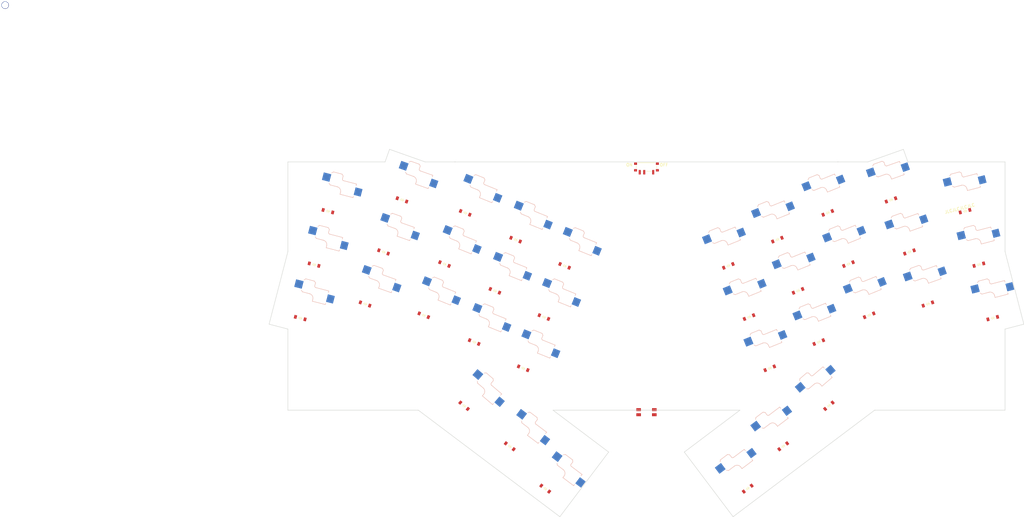
<source format=kicad_pcb>

            
(kicad_pcb (version 20171130) (host pcbnew 5.1.6)

  (page A3)
  (title_block
    (title Monolog)
    (rev v1.0.0)
    (company Unknown)
  )

  (general
    (thickness 1.6)
  )

  (layers
    (0 F.Cu signal)
    (31 B.Cu signal)
    (32 B.Adhes user)
    (33 F.Adhes user)
    (34 B.Paste user)
    (35 F.Paste user)
    (36 B.SilkS user)
    (37 F.SilkS user)
    (38 B.Mask user)
    (39 F.Mask user)
    (40 Dwgs.User user)
    (41 Cmts.User user)
    (42 Eco1.User user)
    (43 Eco2.User user)
    (44 Edge.Cuts user)
    (45 Margin user)
    (46 B.CrtYd user)
    (47 F.CrtYd user)
    (48 B.Fab user)
    (49 F.Fab user)
  )

  (setup
    (last_trace_width 0.25)
    (trace_clearance 0.2)
    (zone_clearance 0.508)
    (zone_45_only no)
    (trace_min 0.2)
    (via_size 0.8)
    (via_drill 0.4)
    (via_min_size 0.4)
    (via_min_drill 0.3)
    (uvia_size 0.3)
    (uvia_drill 0.1)
    (uvias_allowed no)
    (uvia_min_size 0.2)
    (uvia_min_drill 0.1)
    (edge_width 0.05)
    (segment_width 0.2)
    (pcb_text_width 0.3)
    (pcb_text_size 1.5 1.5)
    (mod_edge_width 0.12)
    (mod_text_size 1 1)
    (mod_text_width 0.15)
    (pad_size 1.524 1.524)
    (pad_drill 0.762)
    (pad_to_mask_clearance 0.05)
    (aux_axis_origin 0 0)
    (visible_elements FFFFFF7F)
    (pcbplotparams
      (layerselection 0x010fc_ffffffff)
      (usegerberextensions false)
      (usegerberattributes true)
      (usegerberadvancedattributes true)
      (creategerberjobfile true)
      (excludeedgelayer true)
      (linewidth 0.100000)
      (plotframeref false)
      (viasonmask false)
      (mode 1)
      (useauxorigin false)
      (hpglpennumber 1)
      (hpglpenspeed 20)
      (hpglpendiameter 15.000000)
      (psnegative false)
      (psa4output false)
      (plotreference true)
      (plotvalue true)
      (plotinvisibletext false)
      (padsonsilk false)
      (subtractmaskfromsilk false)
      (outputformat 1)
      (mirror false)
      (drillshape 1)
      (scaleselection 1)
      (outputdirectory ""))
  )

            (net 0 "")
(net 1 "C0")
(net 2 "pinky_bottom")
(net 3 "pinky_home")
(net 4 "pinky_top")
(net 5 "C1")
(net 6 "ring_bottom")
(net 7 "ring_home")
(net 8 "ring_top")
(net 9 "C2")
(net 10 "middle_bottom")
(net 11 "middle_home")
(net 12 "middle_top")
(net 13 "C3")
(net 14 "index_bottom")
(net 15 "index_home")
(net 16 "index_top")
(net 17 "C4")
(net 18 "inner_bottom")
(net 19 "inner_home")
(net 20 "inner_top")
(net 21 "mirror_pinky_bottom")
(net 22 "mirror_pinky_home")
(net 23 "mirror_pinky_top")
(net 24 "mirror_ring_bottom")
(net 25 "mirror_ring_home")
(net 26 "mirror_ring_top")
(net 27 "mirror_middle_bottom")
(net 28 "mirror_middle_home")
(net 29 "mirror_middle_top")
(net 30 "mirror_index_bottom")
(net 31 "mirror_index_home")
(net 32 "mirror_index_top")
(net 33 "mirror_inner_bottom")
(net 34 "mirror_inner_home")
(net 35 "mirror_inner_top")
(net 36 "flexion_cluster")
(net 37 "base_cluster")
(net 38 "extension_cluster")
(net 39 "mirror_flexion_cluster")
(net 40 "mirror_base_cluster")
(net 41 "mirror_extension_cluster")
(net 42 "R2")
(net 43 "R1")
(net 44 "R0")
(net 45 "R6")
(net 46 "R5")
(net 47 "R4")
(net 48 "R3")
(net 49 "R7")
(net 50 "RAW")
(net 51 "BAT_P")
(net 52 "GND")
(net 53 "RST")
            
  (net_class Default "This is the default net class."
    (clearance 0.2)
    (trace_width 0.25)
    (via_dia 0.8)
    (via_drill 0.4)
    (uvia_dia 0.3)
    (uvia_drill 0.1)
    (add_net "")
(add_net "C0")
(add_net "pinky_bottom")
(add_net "pinky_home")
(add_net "pinky_top")
(add_net "C1")
(add_net "ring_bottom")
(add_net "ring_home")
(add_net "ring_top")
(add_net "C2")
(add_net "middle_bottom")
(add_net "middle_home")
(add_net "middle_top")
(add_net "C3")
(add_net "index_bottom")
(add_net "index_home")
(add_net "index_top")
(add_net "C4")
(add_net "inner_bottom")
(add_net "inner_home")
(add_net "inner_top")
(add_net "mirror_pinky_bottom")
(add_net "mirror_pinky_home")
(add_net "mirror_pinky_top")
(add_net "mirror_ring_bottom")
(add_net "mirror_ring_home")
(add_net "mirror_ring_top")
(add_net "mirror_middle_bottom")
(add_net "mirror_middle_home")
(add_net "mirror_middle_top")
(add_net "mirror_index_bottom")
(add_net "mirror_index_home")
(add_net "mirror_index_top")
(add_net "mirror_inner_bottom")
(add_net "mirror_inner_home")
(add_net "mirror_inner_top")
(add_net "flexion_cluster")
(add_net "base_cluster")
(add_net "extension_cluster")
(add_net "mirror_flexion_cluster")
(add_net "mirror_base_cluster")
(add_net "mirror_extension_cluster")
(add_net "R2")
(add_net "R1")
(add_net "R0")
(add_net "R6")
(add_net "R5")
(add_net "R4")
(add_net "R3")
(add_net "R7")
(add_net "RAW")
(add_net "BAT_P")
(add_net "GND")
(add_net "RST")
  )

            
        (module "ceoloide:switch_choc_v1_v2" (layer B.Cu) (tedit 5DD50112)
            (at 100 100 -14.5)
            (attr virtual)

            
            (fp_text reference "S1" (at 0 0 -14.5) (layer B.SilkS) hide (effects (font (size 1.27 1.27) (thickness 0.15))))

            
            (pad "" np_thru_hole circle (at 0 0 -14.5) (size 5 5)
                (drill 5) (layers *.Cu))
        
            (pad "" np_thru_hole circle (at 5.5 0 -14.5) (size 1.9 1.9) (drill 1.9) (layers *.Cu))
            (pad "" np_thru_hole circle (at -5.5 0 -14.5) (size 1.9 1.9) (drill 1.9) (layers *.Cu))
        
            
            (fp_line (start -8.925 -9) (end 8.925 -9) (layer Dwgs.User) (width 0.15))
            (fp_line (start 8.925 -9) (end 8.925 9) (layer Dwgs.User) (width 0.15))
            (fp_line (start 8.925 9) (end -8.925 9) (layer Dwgs.User) (width 0.15))
            (fp_line (start -8.925 9) (end -8.925 -9) (layer Dwgs.User) (width 0.15))
        
            (pad "" np_thru_hole circle (at -5.00 5.15 -14.5) (size 1.6 1.6) (drill 1.6) (layers *.Cu *.Mask) )
        
            
            (pad "" np_thru_hole circle (at 0 -5.95 -14.5) (size 3 3) (drill 3) (layers *.Cu *.Mask))
        
            
            (fp_line (start 1.5 -8.2) (end 2 -7.7) (layer B.SilkS) (width 0.15))
            (fp_line (start 7 -1.5) (end 7 -2) (layer B.SilkS) (width 0.15))
            (fp_line (start -1.5 -8.2) (end 1.5 -8.2) (layer B.SilkS) (width 0.15))
            (fp_line (start 7 -6.2) (end 2.5 -6.2) (layer B.SilkS) (width 0.15))
            (fp_line (start 2.5 -2.2) (end 2.5 -1.5) (layer B.SilkS) (width 0.15))
            (fp_line (start -2 -7.7) (end -1.5 -8.2) (layer B.SilkS) (width 0.15))
            (fp_line (start -1.5 -3.7) (end 1 -3.7) (layer B.SilkS) (width 0.15))
            (fp_line (start 7 -5.6) (end 7 -6.2) (layer B.SilkS) (width 0.15))
            (fp_line (start 2 -6.7) (end 2 -7.7) (layer B.SilkS) (width 0.15))
            (fp_line (start 2.5 -1.5) (end 7 -1.5) (layer B.SilkS) (width 0.15))
            (fp_line (start -2 -4.2) (end -1.5 -3.7) (layer B.SilkS) (width 0.15))
            (fp_arc (start 2.499999 -6.7) (end 2 -6.690001) (angle -88.9) (layer B.SilkS) (width 0.15))
            (fp_arc (start 0.97 -2.17) (end 2.5 -2.17) (angle -90) (layer B.SilkS) (width 0.15))

            
            
            (pad 1 smd rect (at -3.275 -5.95 -14.5) (size 2.6 2.6) (layers B.Cu B.Paste B.Mask)  (net 1 "C0"))
        

            
            (pad 2 smd rect (at 8.175 -3.75 -14.5) (size 2.4 2.6) (layers B.Cu B.Paste B.Mask) (net 2 "pinky_bottom"))

            
            (pad "" np_thru_hole circle (at 5 -3.75 180.5) (size 3 3) (drill 3) (layers *.Cu *.Mask))            
        
        )
        

        (module "ceoloide:switch_choc_v1_v2" (layer B.Cu) (tedit 5DD50112)
            (at 104.6320301 82.0892687 -14.5)
            (attr virtual)

            
            (fp_text reference "S2" (at 0 0 -14.5) (layer B.SilkS) hide (effects (font (size 1.27 1.27) (thickness 0.15))))

            
            (pad "" np_thru_hole circle (at 0 0 -14.5) (size 5 5)
                (drill 5) (layers *.Cu))
        
            (pad "" np_thru_hole circle (at 5.5 0 -14.5) (size 1.9 1.9) (drill 1.9) (layers *.Cu))
            (pad "" np_thru_hole circle (at -5.5 0 -14.5) (size 1.9 1.9) (drill 1.9) (layers *.Cu))
        
            
            (fp_line (start -8.925 -9) (end 8.925 -9) (layer Dwgs.User) (width 0.15))
            (fp_line (start 8.925 -9) (end 8.925 9) (layer Dwgs.User) (width 0.15))
            (fp_line (start 8.925 9) (end -8.925 9) (layer Dwgs.User) (width 0.15))
            (fp_line (start -8.925 9) (end -8.925 -9) (layer Dwgs.User) (width 0.15))
        
            (pad "" np_thru_hole circle (at -5.00 5.15 -14.5) (size 1.6 1.6) (drill 1.6) (layers *.Cu *.Mask) )
        
            
            (pad "" np_thru_hole circle (at 0 -5.95 -14.5) (size 3 3) (drill 3) (layers *.Cu *.Mask))
        
            
            (fp_line (start 1.5 -8.2) (end 2 -7.7) (layer B.SilkS) (width 0.15))
            (fp_line (start 7 -1.5) (end 7 -2) (layer B.SilkS) (width 0.15))
            (fp_line (start -1.5 -8.2) (end 1.5 -8.2) (layer B.SilkS) (width 0.15))
            (fp_line (start 7 -6.2) (end 2.5 -6.2) (layer B.SilkS) (width 0.15))
            (fp_line (start 2.5 -2.2) (end 2.5 -1.5) (layer B.SilkS) (width 0.15))
            (fp_line (start -2 -7.7) (end -1.5 -8.2) (layer B.SilkS) (width 0.15))
            (fp_line (start -1.5 -3.7) (end 1 -3.7) (layer B.SilkS) (width 0.15))
            (fp_line (start 7 -5.6) (end 7 -6.2) (layer B.SilkS) (width 0.15))
            (fp_line (start 2 -6.7) (end 2 -7.7) (layer B.SilkS) (width 0.15))
            (fp_line (start 2.5 -1.5) (end 7 -1.5) (layer B.SilkS) (width 0.15))
            (fp_line (start -2 -4.2) (end -1.5 -3.7) (layer B.SilkS) (width 0.15))
            (fp_arc (start 2.499999 -6.7) (end 2 -6.690001) (angle -88.9) (layer B.SilkS) (width 0.15))
            (fp_arc (start 0.97 -2.17) (end 2.5 -2.17) (angle -90) (layer B.SilkS) (width 0.15))

            
            
            (pad 1 smd rect (at -3.275 -5.95 -14.5) (size 2.6 2.6) (layers B.Cu B.Paste B.Mask)  (net 1 "C0"))
        

            
            (pad 2 smd rect (at 8.175 -3.75 -14.5) (size 2.4 2.6) (layers B.Cu B.Paste B.Mask) (net 3 "pinky_home"))

            
            (pad "" np_thru_hole circle (at 5 -3.75 180.5) (size 3 3) (drill 3) (layers *.Cu *.Mask))            
        
        )
        

        (module "ceoloide:switch_choc_v1_v2" (layer B.Cu) (tedit 5DD50112)
            (at 109.26406019999999 64.17853740000001 -14.5)
            (attr virtual)

            
            (fp_text reference "S3" (at 0 0 -14.5) (layer B.SilkS) hide (effects (font (size 1.27 1.27) (thickness 0.15))))

            
            (pad "" np_thru_hole circle (at 0 0 -14.5) (size 5 5)
                (drill 5) (layers *.Cu))
        
            (pad "" np_thru_hole circle (at 5.5 0 -14.5) (size 1.9 1.9) (drill 1.9) (layers *.Cu))
            (pad "" np_thru_hole circle (at -5.5 0 -14.5) (size 1.9 1.9) (drill 1.9) (layers *.Cu))
        
            
            (fp_line (start -8.925 -9) (end 8.925 -9) (layer Dwgs.User) (width 0.15))
            (fp_line (start 8.925 -9) (end 8.925 9) (layer Dwgs.User) (width 0.15))
            (fp_line (start 8.925 9) (end -8.925 9) (layer Dwgs.User) (width 0.15))
            (fp_line (start -8.925 9) (end -8.925 -9) (layer Dwgs.User) (width 0.15))
        
            (pad "" np_thru_hole circle (at -5.00 5.15 -14.5) (size 1.6 1.6) (drill 1.6) (layers *.Cu *.Mask) )
        
            
            (pad "" np_thru_hole circle (at 0 -5.95 -14.5) (size 3 3) (drill 3) (layers *.Cu *.Mask))
        
            
            (fp_line (start 1.5 -8.2) (end 2 -7.7) (layer B.SilkS) (width 0.15))
            (fp_line (start 7 -1.5) (end 7 -2) (layer B.SilkS) (width 0.15))
            (fp_line (start -1.5 -8.2) (end 1.5 -8.2) (layer B.SilkS) (width 0.15))
            (fp_line (start 7 -6.2) (end 2.5 -6.2) (layer B.SilkS) (width 0.15))
            (fp_line (start 2.5 -2.2) (end 2.5 -1.5) (layer B.SilkS) (width 0.15))
            (fp_line (start -2 -7.7) (end -1.5 -8.2) (layer B.SilkS) (width 0.15))
            (fp_line (start -1.5 -3.7) (end 1 -3.7) (layer B.SilkS) (width 0.15))
            (fp_line (start 7 -5.6) (end 7 -6.2) (layer B.SilkS) (width 0.15))
            (fp_line (start 2 -6.7) (end 2 -7.7) (layer B.SilkS) (width 0.15))
            (fp_line (start 2.5 -1.5) (end 7 -1.5) (layer B.SilkS) (width 0.15))
            (fp_line (start -2 -4.2) (end -1.5 -3.7) (layer B.SilkS) (width 0.15))
            (fp_arc (start 2.499999 -6.7) (end 2 -6.690001) (angle -88.9) (layer B.SilkS) (width 0.15))
            (fp_arc (start 0.97 -2.17) (end 2.5 -2.17) (angle -90) (layer B.SilkS) (width 0.15))

            
            
            (pad 1 smd rect (at -3.275 -5.95 -14.5) (size 2.6 2.6) (layers B.Cu B.Paste B.Mask)  (net 1 "C0"))
        

            
            (pad 2 smd rect (at 8.175 -3.75 -14.5) (size 2.4 2.6) (layers B.Cu B.Paste B.Mask) (net 4 "pinky_top"))

            
            (pad "" np_thru_hole circle (at 5 -3.75 180.5) (size 3 3) (drill 3) (layers *.Cu *.Mask))            
        
        )
        

        (module "ceoloide:switch_choc_v1_v2" (layer B.Cu) (tedit 5DD50112)
            (at 122.11703340000001 95.40264210000001 -19.5)
            (attr virtual)

            
            (fp_text reference "S4" (at 0 0 -19.5) (layer B.SilkS) hide (effects (font (size 1.27 1.27) (thickness 0.15))))

            
            (pad "" np_thru_hole circle (at 0 0 -19.5) (size 5 5)
                (drill 5) (layers *.Cu))
        
            (pad "" np_thru_hole circle (at 5.5 0 -19.5) (size 1.9 1.9) (drill 1.9) (layers *.Cu))
            (pad "" np_thru_hole circle (at -5.5 0 -19.5) (size 1.9 1.9) (drill 1.9) (layers *.Cu))
        
            
            (fp_line (start -8.925 -9) (end 8.925 -9) (layer Dwgs.User) (width 0.15))
            (fp_line (start 8.925 -9) (end 8.925 9) (layer Dwgs.User) (width 0.15))
            (fp_line (start 8.925 9) (end -8.925 9) (layer Dwgs.User) (width 0.15))
            (fp_line (start -8.925 9) (end -8.925 -9) (layer Dwgs.User) (width 0.15))
        
            (pad "" np_thru_hole circle (at -5.00 5.15 -19.5) (size 1.6 1.6) (drill 1.6) (layers *.Cu *.Mask) )
        
            
            (pad "" np_thru_hole circle (at 0 -5.95 -19.5) (size 3 3) (drill 3) (layers *.Cu *.Mask))
        
            
            (fp_line (start 1.5 -8.2) (end 2 -7.7) (layer B.SilkS) (width 0.15))
            (fp_line (start 7 -1.5) (end 7 -2) (layer B.SilkS) (width 0.15))
            (fp_line (start -1.5 -8.2) (end 1.5 -8.2) (layer B.SilkS) (width 0.15))
            (fp_line (start 7 -6.2) (end 2.5 -6.2) (layer B.SilkS) (width 0.15))
            (fp_line (start 2.5 -2.2) (end 2.5 -1.5) (layer B.SilkS) (width 0.15))
            (fp_line (start -2 -7.7) (end -1.5 -8.2) (layer B.SilkS) (width 0.15))
            (fp_line (start -1.5 -3.7) (end 1 -3.7) (layer B.SilkS) (width 0.15))
            (fp_line (start 7 -5.6) (end 7 -6.2) (layer B.SilkS) (width 0.15))
            (fp_line (start 2 -6.7) (end 2 -7.7) (layer B.SilkS) (width 0.15))
            (fp_line (start 2.5 -1.5) (end 7 -1.5) (layer B.SilkS) (width 0.15))
            (fp_line (start -2 -4.2) (end -1.5 -3.7) (layer B.SilkS) (width 0.15))
            (fp_arc (start 2.499999 -6.7) (end 2 -6.690001) (angle -88.9) (layer B.SilkS) (width 0.15))
            (fp_arc (start 0.97 -2.17) (end 2.5 -2.17) (angle -90) (layer B.SilkS) (width 0.15))

            
            
            (pad 1 smd rect (at -3.275 -5.95 -19.5) (size 2.6 2.6) (layers B.Cu B.Paste B.Mask)  (net 5 "C1"))
        

            
            (pad 2 smd rect (at 8.175 -3.75 -19.5) (size 2.4 2.6) (layers B.Cu B.Paste B.Mask) (net 6 "ring_bottom"))

            
            (pad "" np_thru_hole circle (at 5 -3.75 175.5) (size 3 3) (drill 3) (layers *.Cu *.Mask))            
        
        )
        

        (module "ceoloide:switch_choc_v1_v2" (layer B.Cu) (tedit 5DD50112)
            (at 128.29246030000002 77.96377450000001 -19.5)
            (attr virtual)

            
            (fp_text reference "S5" (at 0 0 -19.5) (layer B.SilkS) hide (effects (font (size 1.27 1.27) (thickness 0.15))))

            
            (pad "" np_thru_hole circle (at 0 0 -19.5) (size 5 5)
                (drill 5) (layers *.Cu))
        
            (pad "" np_thru_hole circle (at 5.5 0 -19.5) (size 1.9 1.9) (drill 1.9) (layers *.Cu))
            (pad "" np_thru_hole circle (at -5.5 0 -19.5) (size 1.9 1.9) (drill 1.9) (layers *.Cu))
        
            
            (fp_line (start -8.925 -9) (end 8.925 -9) (layer Dwgs.User) (width 0.15))
            (fp_line (start 8.925 -9) (end 8.925 9) (layer Dwgs.User) (width 0.15))
            (fp_line (start 8.925 9) (end -8.925 9) (layer Dwgs.User) (width 0.15))
            (fp_line (start -8.925 9) (end -8.925 -9) (layer Dwgs.User) (width 0.15))
        
            (pad "" np_thru_hole circle (at -5.00 5.15 -19.5) (size 1.6 1.6) (drill 1.6) (layers *.Cu *.Mask) )
        
            
            (pad "" np_thru_hole circle (at 0 -5.95 -19.5) (size 3 3) (drill 3) (layers *.Cu *.Mask))
        
            
            (fp_line (start 1.5 -8.2) (end 2 -7.7) (layer B.SilkS) (width 0.15))
            (fp_line (start 7 -1.5) (end 7 -2) (layer B.SilkS) (width 0.15))
            (fp_line (start -1.5 -8.2) (end 1.5 -8.2) (layer B.SilkS) (width 0.15))
            (fp_line (start 7 -6.2) (end 2.5 -6.2) (layer B.SilkS) (width 0.15))
            (fp_line (start 2.5 -2.2) (end 2.5 -1.5) (layer B.SilkS) (width 0.15))
            (fp_line (start -2 -7.7) (end -1.5 -8.2) (layer B.SilkS) (width 0.15))
            (fp_line (start -1.5 -3.7) (end 1 -3.7) (layer B.SilkS) (width 0.15))
            (fp_line (start 7 -5.6) (end 7 -6.2) (layer B.SilkS) (width 0.15))
            (fp_line (start 2 -6.7) (end 2 -7.7) (layer B.SilkS) (width 0.15))
            (fp_line (start 2.5 -1.5) (end 7 -1.5) (layer B.SilkS) (width 0.15))
            (fp_line (start -2 -4.2) (end -1.5 -3.7) (layer B.SilkS) (width 0.15))
            (fp_arc (start 2.499999 -6.7) (end 2 -6.690001) (angle -88.9) (layer B.SilkS) (width 0.15))
            (fp_arc (start 0.97 -2.17) (end 2.5 -2.17) (angle -90) (layer B.SilkS) (width 0.15))

            
            
            (pad 1 smd rect (at -3.275 -5.95 -19.5) (size 2.6 2.6) (layers B.Cu B.Paste B.Mask)  (net 5 "C1"))
        

            
            (pad 2 smd rect (at 8.175 -3.75 -19.5) (size 2.4 2.6) (layers B.Cu B.Paste B.Mask) (net 7 "ring_home"))

            
            (pad "" np_thru_hole circle (at 5 -3.75 175.5) (size 3 3) (drill 3) (layers *.Cu *.Mask))            
        
        )
        

        (module "ceoloide:switch_choc_v1_v2" (layer B.Cu) (tedit 5DD50112)
            (at 134.4678872 60.52490690000002 -19.5)
            (attr virtual)

            
            (fp_text reference "S6" (at 0 0 -19.5) (layer B.SilkS) hide (effects (font (size 1.27 1.27) (thickness 0.15))))

            
            (pad "" np_thru_hole circle (at 0 0 -19.5) (size 5 5)
                (drill 5) (layers *.Cu))
        
            (pad "" np_thru_hole circle (at 5.5 0 -19.5) (size 1.9 1.9) (drill 1.9) (layers *.Cu))
            (pad "" np_thru_hole circle (at -5.5 0 -19.5) (size 1.9 1.9) (drill 1.9) (layers *.Cu))
        
            
            (fp_line (start -8.925 -9) (end 8.925 -9) (layer Dwgs.User) (width 0.15))
            (fp_line (start 8.925 -9) (end 8.925 9) (layer Dwgs.User) (width 0.15))
            (fp_line (start 8.925 9) (end -8.925 9) (layer Dwgs.User) (width 0.15))
            (fp_line (start -8.925 9) (end -8.925 -9) (layer Dwgs.User) (width 0.15))
        
            (pad "" np_thru_hole circle (at -5.00 5.15 -19.5) (size 1.6 1.6) (drill 1.6) (layers *.Cu *.Mask) )
        
            
            (pad "" np_thru_hole circle (at 0 -5.95 -19.5) (size 3 3) (drill 3) (layers *.Cu *.Mask))
        
            
            (fp_line (start 1.5 -8.2) (end 2 -7.7) (layer B.SilkS) (width 0.15))
            (fp_line (start 7 -1.5) (end 7 -2) (layer B.SilkS) (width 0.15))
            (fp_line (start -1.5 -8.2) (end 1.5 -8.2) (layer B.SilkS) (width 0.15))
            (fp_line (start 7 -6.2) (end 2.5 -6.2) (layer B.SilkS) (width 0.15))
            (fp_line (start 2.5 -2.2) (end 2.5 -1.5) (layer B.SilkS) (width 0.15))
            (fp_line (start -2 -7.7) (end -1.5 -8.2) (layer B.SilkS) (width 0.15))
            (fp_line (start -1.5 -3.7) (end 1 -3.7) (layer B.SilkS) (width 0.15))
            (fp_line (start 7 -5.6) (end 7 -6.2) (layer B.SilkS) (width 0.15))
            (fp_line (start 2 -6.7) (end 2 -7.7) (layer B.SilkS) (width 0.15))
            (fp_line (start 2.5 -1.5) (end 7 -1.5) (layer B.SilkS) (width 0.15))
            (fp_line (start -2 -4.2) (end -1.5 -3.7) (layer B.SilkS) (width 0.15))
            (fp_arc (start 2.499999 -6.7) (end 2 -6.690001) (angle -88.9) (layer B.SilkS) (width 0.15))
            (fp_arc (start 0.97 -2.17) (end 2.5 -2.17) (angle -90) (layer B.SilkS) (width 0.15))

            
            
            (pad 1 smd rect (at -3.275 -5.95 -19.5) (size 2.6 2.6) (layers B.Cu B.Paste B.Mask)  (net 5 "C1"))
        

            
            (pad 2 smd rect (at 8.175 -3.75 -19.5) (size 2.4 2.6) (layers B.Cu B.Paste B.Mask) (net 8 "ring_top"))

            
            (pad "" np_thru_hole circle (at 5 -3.75 175.5) (size 3 3) (drill 3) (layers *.Cu *.Mask))            
        
        )
        

        (module "ceoloide:switch_choc_v1_v2" (layer B.Cu) (tedit 5DD50112)
            (at 141.9712838 99.2508548 -22)
            (attr virtual)

            
            (fp_text reference "S7" (at 0 0 -22) (layer B.SilkS) hide (effects (font (size 1.27 1.27) (thickness 0.15))))

            
            (pad "" np_thru_hole circle (at 0 0 -22) (size 5 5)
                (drill 5) (layers *.Cu))
        
            (pad "" np_thru_hole circle (at 5.5 0 -22) (size 1.9 1.9) (drill 1.9) (layers *.Cu))
            (pad "" np_thru_hole circle (at -5.5 0 -22) (size 1.9 1.9) (drill 1.9) (layers *.Cu))
        
            
            (fp_line (start -8.925 -9) (end 8.925 -9) (layer Dwgs.User) (width 0.15))
            (fp_line (start 8.925 -9) (end 8.925 9) (layer Dwgs.User) (width 0.15))
            (fp_line (start 8.925 9) (end -8.925 9) (layer Dwgs.User) (width 0.15))
            (fp_line (start -8.925 9) (end -8.925 -9) (layer Dwgs.User) (width 0.15))
        
            (pad "" np_thru_hole circle (at -5.00 5.15 -22) (size 1.6 1.6) (drill 1.6) (layers *.Cu *.Mask) )
        
            
            (pad "" np_thru_hole circle (at 0 -5.95 -22) (size 3 3) (drill 3) (layers *.Cu *.Mask))
        
            
            (fp_line (start 1.5 -8.2) (end 2 -7.7) (layer B.SilkS) (width 0.15))
            (fp_line (start 7 -1.5) (end 7 -2) (layer B.SilkS) (width 0.15))
            (fp_line (start -1.5 -8.2) (end 1.5 -8.2) (layer B.SilkS) (width 0.15))
            (fp_line (start 7 -6.2) (end 2.5 -6.2) (layer B.SilkS) (width 0.15))
            (fp_line (start 2.5 -2.2) (end 2.5 -1.5) (layer B.SilkS) (width 0.15))
            (fp_line (start -2 -7.7) (end -1.5 -8.2) (layer B.SilkS) (width 0.15))
            (fp_line (start -1.5 -3.7) (end 1 -3.7) (layer B.SilkS) (width 0.15))
            (fp_line (start 7 -5.6) (end 7 -6.2) (layer B.SilkS) (width 0.15))
            (fp_line (start 2 -6.7) (end 2 -7.7) (layer B.SilkS) (width 0.15))
            (fp_line (start 2.5 -1.5) (end 7 -1.5) (layer B.SilkS) (width 0.15))
            (fp_line (start -2 -4.2) (end -1.5 -3.7) (layer B.SilkS) (width 0.15))
            (fp_arc (start 2.499999 -6.7) (end 2 -6.690001) (angle -88.9) (layer B.SilkS) (width 0.15))
            (fp_arc (start 0.97 -2.17) (end 2.5 -2.17) (angle -90) (layer B.SilkS) (width 0.15))

            
            
            (pad 1 smd rect (at -3.275 -5.95 -22) (size 2.6 2.6) (layers B.Cu B.Paste B.Mask)  (net 9 "C2"))
        

            
            (pad 2 smd rect (at 8.175 -3.75 -22) (size 2.4 2.6) (layers B.Cu B.Paste B.Mask) (net 10 "middle_bottom"))

            
            (pad "" np_thru_hole circle (at 5 -3.75 173) (size 3 3) (drill 3) (layers *.Cu *.Mask))            
        
        )
        

        (module "ceoloide:switch_choc_v1_v2" (layer B.Cu) (tedit 5DD50112)
            (at 148.9015058 82.0979535 -22)
            (attr virtual)

            
            (fp_text reference "S8" (at 0 0 -22) (layer B.SilkS) hide (effects (font (size 1.27 1.27) (thickness 0.15))))

            
            (pad "" np_thru_hole circle (at 0 0 -22) (size 5 5)
                (drill 5) (layers *.Cu))
        
            (pad "" np_thru_hole circle (at 5.5 0 -22) (size 1.9 1.9) (drill 1.9) (layers *.Cu))
            (pad "" np_thru_hole circle (at -5.5 0 -22) (size 1.9 1.9) (drill 1.9) (layers *.Cu))
        
            
            (fp_line (start -8.925 -9) (end 8.925 -9) (layer Dwgs.User) (width 0.15))
            (fp_line (start 8.925 -9) (end 8.925 9) (layer Dwgs.User) (width 0.15))
            (fp_line (start 8.925 9) (end -8.925 9) (layer Dwgs.User) (width 0.15))
            (fp_line (start -8.925 9) (end -8.925 -9) (layer Dwgs.User) (width 0.15))
        
            (pad "" np_thru_hole circle (at -5.00 5.15 -22) (size 1.6 1.6) (drill 1.6) (layers *.Cu *.Mask) )
        
            
            (pad "" np_thru_hole circle (at 0 -5.95 -22) (size 3 3) (drill 3) (layers *.Cu *.Mask))
        
            
            (fp_line (start 1.5 -8.2) (end 2 -7.7) (layer B.SilkS) (width 0.15))
            (fp_line (start 7 -1.5) (end 7 -2) (layer B.SilkS) (width 0.15))
            (fp_line (start -1.5 -8.2) (end 1.5 -8.2) (layer B.SilkS) (width 0.15))
            (fp_line (start 7 -6.2) (end 2.5 -6.2) (layer B.SilkS) (width 0.15))
            (fp_line (start 2.5 -2.2) (end 2.5 -1.5) (layer B.SilkS) (width 0.15))
            (fp_line (start -2 -7.7) (end -1.5 -8.2) (layer B.SilkS) (width 0.15))
            (fp_line (start -1.5 -3.7) (end 1 -3.7) (layer B.SilkS) (width 0.15))
            (fp_line (start 7 -5.6) (end 7 -6.2) (layer B.SilkS) (width 0.15))
            (fp_line (start 2 -6.7) (end 2 -7.7) (layer B.SilkS) (width 0.15))
            (fp_line (start 2.5 -1.5) (end 7 -1.5) (layer B.SilkS) (width 0.15))
            (fp_line (start -2 -4.2) (end -1.5 -3.7) (layer B.SilkS) (width 0.15))
            (fp_arc (start 2.499999 -6.7) (end 2 -6.690001) (angle -88.9) (layer B.SilkS) (width 0.15))
            (fp_arc (start 0.97 -2.17) (end 2.5 -2.17) (angle -90) (layer B.SilkS) (width 0.15))

            
            
            (pad 1 smd rect (at -3.275 -5.95 -22) (size 2.6 2.6) (layers B.Cu B.Paste B.Mask)  (net 9 "C2"))
        

            
            (pad 2 smd rect (at 8.175 -3.75 -22) (size 2.4 2.6) (layers B.Cu B.Paste B.Mask) (net 11 "middle_home"))

            
            (pad "" np_thru_hole circle (at 5 -3.75 173) (size 3 3) (drill 3) (layers *.Cu *.Mask))            
        
        )
        

        (module "ceoloide:switch_choc_v1_v2" (layer B.Cu) (tedit 5DD50112)
            (at 155.83172779999998 64.9450522 -22)
            (attr virtual)

            
            (fp_text reference "S9" (at 0 0 -22) (layer B.SilkS) hide (effects (font (size 1.27 1.27) (thickness 0.15))))

            
            (pad "" np_thru_hole circle (at 0 0 -22) (size 5 5)
                (drill 5) (layers *.Cu))
        
            (pad "" np_thru_hole circle (at 5.5 0 -22) (size 1.9 1.9) (drill 1.9) (layers *.Cu))
            (pad "" np_thru_hole circle (at -5.5 0 -22) (size 1.9 1.9) (drill 1.9) (layers *.Cu))
        
            
            (fp_line (start -8.925 -9) (end 8.925 -9) (layer Dwgs.User) (width 0.15))
            (fp_line (start 8.925 -9) (end 8.925 9) (layer Dwgs.User) (width 0.15))
            (fp_line (start 8.925 9) (end -8.925 9) (layer Dwgs.User) (width 0.15))
            (fp_line (start -8.925 9) (end -8.925 -9) (layer Dwgs.User) (width 0.15))
        
            (pad "" np_thru_hole circle (at -5.00 5.15 -22) (size 1.6 1.6) (drill 1.6) (layers *.Cu *.Mask) )
        
            
            (pad "" np_thru_hole circle (at 0 -5.95 -22) (size 3 3) (drill 3) (layers *.Cu *.Mask))
        
            
            (fp_line (start 1.5 -8.2) (end 2 -7.7) (layer B.SilkS) (width 0.15))
            (fp_line (start 7 -1.5) (end 7 -2) (layer B.SilkS) (width 0.15))
            (fp_line (start -1.5 -8.2) (end 1.5 -8.2) (layer B.SilkS) (width 0.15))
            (fp_line (start 7 -6.2) (end 2.5 -6.2) (layer B.SilkS) (width 0.15))
            (fp_line (start 2.5 -2.2) (end 2.5 -1.5) (layer B.SilkS) (width 0.15))
            (fp_line (start -2 -7.7) (end -1.5 -8.2) (layer B.SilkS) (width 0.15))
            (fp_line (start -1.5 -3.7) (end 1 -3.7) (layer B.SilkS) (width 0.15))
            (fp_line (start 7 -5.6) (end 7 -6.2) (layer B.SilkS) (width 0.15))
            (fp_line (start 2 -6.7) (end 2 -7.7) (layer B.SilkS) (width 0.15))
            (fp_line (start 2.5 -1.5) (end 7 -1.5) (layer B.SilkS) (width 0.15))
            (fp_line (start -2 -4.2) (end -1.5 -3.7) (layer B.SilkS) (width 0.15))
            (fp_arc (start 2.499999 -6.7) (end 2 -6.690001) (angle -88.9) (layer B.SilkS) (width 0.15))
            (fp_arc (start 0.97 -2.17) (end 2.5 -2.17) (angle -90) (layer B.SilkS) (width 0.15))

            
            
            (pad 1 smd rect (at -3.275 -5.95 -22) (size 2.6 2.6) (layers B.Cu B.Paste B.Mask)  (net 9 "C2"))
        

            
            (pad 2 smd rect (at 8.175 -3.75 -22) (size 2.4 2.6) (layers B.Cu B.Paste B.Mask) (net 12 "middle_top"))

            
            (pad "" np_thru_hole circle (at 5 -3.75 173) (size 3 3) (drill 3) (layers *.Cu *.Mask))            
        
        )
        

        (module "ceoloide:switch_choc_v1_v2" (layer B.Cu) (tedit 5DD50112)
            (at 158.8385638 108.2227478 -22)
            (attr virtual)

            
            (fp_text reference "S10" (at 0 0 -22) (layer B.SilkS) hide (effects (font (size 1.27 1.27) (thickness 0.15))))

            
            (pad "" np_thru_hole circle (at 0 0 -22) (size 5 5)
                (drill 5) (layers *.Cu))
        
            (pad "" np_thru_hole circle (at 5.5 0 -22) (size 1.9 1.9) (drill 1.9) (layers *.Cu))
            (pad "" np_thru_hole circle (at -5.5 0 -22) (size 1.9 1.9) (drill 1.9) (layers *.Cu))
        
            
            (fp_line (start -8.925 -9) (end 8.925 -9) (layer Dwgs.User) (width 0.15))
            (fp_line (start 8.925 -9) (end 8.925 9) (layer Dwgs.User) (width 0.15))
            (fp_line (start 8.925 9) (end -8.925 9) (layer Dwgs.User) (width 0.15))
            (fp_line (start -8.925 9) (end -8.925 -9) (layer Dwgs.User) (width 0.15))
        
            (pad "" np_thru_hole circle (at -5.00 5.15 -22) (size 1.6 1.6) (drill 1.6) (layers *.Cu *.Mask) )
        
            
            (pad "" np_thru_hole circle (at 0 -5.95 -22) (size 3 3) (drill 3) (layers *.Cu *.Mask))
        
            
            (fp_line (start 1.5 -8.2) (end 2 -7.7) (layer B.SilkS) (width 0.15))
            (fp_line (start 7 -1.5) (end 7 -2) (layer B.SilkS) (width 0.15))
            (fp_line (start -1.5 -8.2) (end 1.5 -8.2) (layer B.SilkS) (width 0.15))
            (fp_line (start 7 -6.2) (end 2.5 -6.2) (layer B.SilkS) (width 0.15))
            (fp_line (start 2.5 -2.2) (end 2.5 -1.5) (layer B.SilkS) (width 0.15))
            (fp_line (start -2 -7.7) (end -1.5 -8.2) (layer B.SilkS) (width 0.15))
            (fp_line (start -1.5 -3.7) (end 1 -3.7) (layer B.SilkS) (width 0.15))
            (fp_line (start 7 -5.6) (end 7 -6.2) (layer B.SilkS) (width 0.15))
            (fp_line (start 2 -6.7) (end 2 -7.7) (layer B.SilkS) (width 0.15))
            (fp_line (start 2.5 -1.5) (end 7 -1.5) (layer B.SilkS) (width 0.15))
            (fp_line (start -2 -4.2) (end -1.5 -3.7) (layer B.SilkS) (width 0.15))
            (fp_arc (start 2.499999 -6.7) (end 2 -6.690001) (angle -88.9) (layer B.SilkS) (width 0.15))
            (fp_arc (start 0.97 -2.17) (end 2.5 -2.17) (angle -90) (layer B.SilkS) (width 0.15))

            
            
            (pad 1 smd rect (at -3.275 -5.95 -22) (size 2.6 2.6) (layers B.Cu B.Paste B.Mask)  (net 13 "C3"))
        

            
            (pad 2 smd rect (at 8.175 -3.75 -22) (size 2.4 2.6) (layers B.Cu B.Paste B.Mask) (net 14 "index_bottom"))

            
            (pad "" np_thru_hole circle (at 5 -3.75 173) (size 3 3) (drill 3) (layers *.Cu *.Mask))            
        
        )
        

        (module "ceoloide:switch_choc_v1_v2" (layer B.Cu) (tedit 5DD50112)
            (at 165.7687858 91.0698465 -22)
            (attr virtual)

            
            (fp_text reference "S11" (at 0 0 -22) (layer B.SilkS) hide (effects (font (size 1.27 1.27) (thickness 0.15))))

            
            (pad "" np_thru_hole circle (at 0 0 -22) (size 5 5)
                (drill 5) (layers *.Cu))
        
            (pad "" np_thru_hole circle (at 5.5 0 -22) (size 1.9 1.9) (drill 1.9) (layers *.Cu))
            (pad "" np_thru_hole circle (at -5.5 0 -22) (size 1.9 1.9) (drill 1.9) (layers *.Cu))
        
            
            (fp_line (start -8.925 -9) (end 8.925 -9) (layer Dwgs.User) (width 0.15))
            (fp_line (start 8.925 -9) (end 8.925 9) (layer Dwgs.User) (width 0.15))
            (fp_line (start 8.925 9) (end -8.925 9) (layer Dwgs.User) (width 0.15))
            (fp_line (start -8.925 9) (end -8.925 -9) (layer Dwgs.User) (width 0.15))
        
            (pad "" np_thru_hole circle (at -5.00 5.15 -22) (size 1.6 1.6) (drill 1.6) (layers *.Cu *.Mask) )
        
            
            (pad "" np_thru_hole circle (at 0 -5.95 -22) (size 3 3) (drill 3) (layers *.Cu *.Mask))
        
            
            (fp_line (start 1.5 -8.2) (end 2 -7.7) (layer B.SilkS) (width 0.15))
            (fp_line (start 7 -1.5) (end 7 -2) (layer B.SilkS) (width 0.15))
            (fp_line (start -1.5 -8.2) (end 1.5 -8.2) (layer B.SilkS) (width 0.15))
            (fp_line (start 7 -6.2) (end 2.5 -6.2) (layer B.SilkS) (width 0.15))
            (fp_line (start 2.5 -2.2) (end 2.5 -1.5) (layer B.SilkS) (width 0.15))
            (fp_line (start -2 -7.7) (end -1.5 -8.2) (layer B.SilkS) (width 0.15))
            (fp_line (start -1.5 -3.7) (end 1 -3.7) (layer B.SilkS) (width 0.15))
            (fp_line (start 7 -5.6) (end 7 -6.2) (layer B.SilkS) (width 0.15))
            (fp_line (start 2 -6.7) (end 2 -7.7) (layer B.SilkS) (width 0.15))
            (fp_line (start 2.5 -1.5) (end 7 -1.5) (layer B.SilkS) (width 0.15))
            (fp_line (start -2 -4.2) (end -1.5 -3.7) (layer B.SilkS) (width 0.15))
            (fp_arc (start 2.499999 -6.7) (end 2 -6.690001) (angle -88.9) (layer B.SilkS) (width 0.15))
            (fp_arc (start 0.97 -2.17) (end 2.5 -2.17) (angle -90) (layer B.SilkS) (width 0.15))

            
            
            (pad 1 smd rect (at -3.275 -5.95 -22) (size 2.6 2.6) (layers B.Cu B.Paste B.Mask)  (net 13 "C3"))
        

            
            (pad 2 smd rect (at 8.175 -3.75 -22) (size 2.4 2.6) (layers B.Cu B.Paste B.Mask) (net 15 "index_home"))

            
            (pad "" np_thru_hole circle (at 5 -3.75 173) (size 3 3) (drill 3) (layers *.Cu *.Mask))            
        
        )
        

        (module "ceoloide:switch_choc_v1_v2" (layer B.Cu) (tedit 5DD50112)
            (at 172.69900779999998 73.9169452 -22)
            (attr virtual)

            
            (fp_text reference "S12" (at 0 0 -22) (layer B.SilkS) hide (effects (font (size 1.27 1.27) (thickness 0.15))))

            
            (pad "" np_thru_hole circle (at 0 0 -22) (size 5 5)
                (drill 5) (layers *.Cu))
        
            (pad "" np_thru_hole circle (at 5.5 0 -22) (size 1.9 1.9) (drill 1.9) (layers *.Cu))
            (pad "" np_thru_hole circle (at -5.5 0 -22) (size 1.9 1.9) (drill 1.9) (layers *.Cu))
        
            
            (fp_line (start -8.925 -9) (end 8.925 -9) (layer Dwgs.User) (width 0.15))
            (fp_line (start 8.925 -9) (end 8.925 9) (layer Dwgs.User) (width 0.15))
            (fp_line (start 8.925 9) (end -8.925 9) (layer Dwgs.User) (width 0.15))
            (fp_line (start -8.925 9) (end -8.925 -9) (layer Dwgs.User) (width 0.15))
        
            (pad "" np_thru_hole circle (at -5.00 5.15 -22) (size 1.6 1.6) (drill 1.6) (layers *.Cu *.Mask) )
        
            
            (pad "" np_thru_hole circle (at 0 -5.95 -22) (size 3 3) (drill 3) (layers *.Cu *.Mask))
        
            
            (fp_line (start 1.5 -8.2) (end 2 -7.7) (layer B.SilkS) (width 0.15))
            (fp_line (start 7 -1.5) (end 7 -2) (layer B.SilkS) (width 0.15))
            (fp_line (start -1.5 -8.2) (end 1.5 -8.2) (layer B.SilkS) (width 0.15))
            (fp_line (start 7 -6.2) (end 2.5 -6.2) (layer B.SilkS) (width 0.15))
            (fp_line (start 2.5 -2.2) (end 2.5 -1.5) (layer B.SilkS) (width 0.15))
            (fp_line (start -2 -7.7) (end -1.5 -8.2) (layer B.SilkS) (width 0.15))
            (fp_line (start -1.5 -3.7) (end 1 -3.7) (layer B.SilkS) (width 0.15))
            (fp_line (start 7 -5.6) (end 7 -6.2) (layer B.SilkS) (width 0.15))
            (fp_line (start 2 -6.7) (end 2 -7.7) (layer B.SilkS) (width 0.15))
            (fp_line (start 2.5 -1.5) (end 7 -1.5) (layer B.SilkS) (width 0.15))
            (fp_line (start -2 -4.2) (end -1.5 -3.7) (layer B.SilkS) (width 0.15))
            (fp_arc (start 2.499999 -6.7) (end 2 -6.690001) (angle -88.9) (layer B.SilkS) (width 0.15))
            (fp_arc (start 0.97 -2.17) (end 2.5 -2.17) (angle -90) (layer B.SilkS) (width 0.15))

            
            
            (pad 1 smd rect (at -3.275 -5.95 -22) (size 2.6 2.6) (layers B.Cu B.Paste B.Mask)  (net 13 "C3"))
        

            
            (pad 2 smd rect (at 8.175 -3.75 -22) (size 2.4 2.6) (layers B.Cu B.Paste B.Mask) (net 16 "index_top"))

            
            (pad "" np_thru_hole circle (at 5 -3.75 173) (size 3 3) (drill 3) (layers *.Cu *.Mask))            
        
        )
        

        (module "ceoloide:switch_choc_v1_v2" (layer B.Cu) (tedit 5DD50112)
            (at 175.242252 117.0073376 -22)
            (attr virtual)

            
            (fp_text reference "S13" (at 0 0 -22) (layer B.SilkS) hide (effects (font (size 1.27 1.27) (thickness 0.15))))

            
            (pad "" np_thru_hole circle (at 0 0 -22) (size 5 5)
                (drill 5) (layers *.Cu))
        
            (pad "" np_thru_hole circle (at 5.5 0 -22) (size 1.9 1.9) (drill 1.9) (layers *.Cu))
            (pad "" np_thru_hole circle (at -5.5 0 -22) (size 1.9 1.9) (drill 1.9) (layers *.Cu))
        
            
            (fp_line (start -8.925 -9) (end 8.925 -9) (layer Dwgs.User) (width 0.15))
            (fp_line (start 8.925 -9) (end 8.925 9) (layer Dwgs.User) (width 0.15))
            (fp_line (start 8.925 9) (end -8.925 9) (layer Dwgs.User) (width 0.15))
            (fp_line (start -8.925 9) (end -8.925 -9) (layer Dwgs.User) (width 0.15))
        
            (pad "" np_thru_hole circle (at -5.00 5.15 -22) (size 1.6 1.6) (drill 1.6) (layers *.Cu *.Mask) )
        
            
            (pad "" np_thru_hole circle (at 0 -5.95 -22) (size 3 3) (drill 3) (layers *.Cu *.Mask))
        
            
            (fp_line (start 1.5 -8.2) (end 2 -7.7) (layer B.SilkS) (width 0.15))
            (fp_line (start 7 -1.5) (end 7 -2) (layer B.SilkS) (width 0.15))
            (fp_line (start -1.5 -8.2) (end 1.5 -8.2) (layer B.SilkS) (width 0.15))
            (fp_line (start 7 -6.2) (end 2.5 -6.2) (layer B.SilkS) (width 0.15))
            (fp_line (start 2.5 -2.2) (end 2.5 -1.5) (layer B.SilkS) (width 0.15))
            (fp_line (start -2 -7.7) (end -1.5 -8.2) (layer B.SilkS) (width 0.15))
            (fp_line (start -1.5 -3.7) (end 1 -3.7) (layer B.SilkS) (width 0.15))
            (fp_line (start 7 -5.6) (end 7 -6.2) (layer B.SilkS) (width 0.15))
            (fp_line (start 2 -6.7) (end 2 -7.7) (layer B.SilkS) (width 0.15))
            (fp_line (start 2.5 -1.5) (end 7 -1.5) (layer B.SilkS) (width 0.15))
            (fp_line (start -2 -4.2) (end -1.5 -3.7) (layer B.SilkS) (width 0.15))
            (fp_arc (start 2.499999 -6.7) (end 2 -6.690001) (angle -88.9) (layer B.SilkS) (width 0.15))
            (fp_arc (start 0.97 -2.17) (end 2.5 -2.17) (angle -90) (layer B.SilkS) (width 0.15))

            
            
            (pad 1 smd rect (at -3.275 -5.95 -22) (size 2.6 2.6) (layers B.Cu B.Paste B.Mask)  (net 17 "C4"))
        

            
            (pad 2 smd rect (at 8.175 -3.75 -22) (size 2.4 2.6) (layers B.Cu B.Paste B.Mask) (net 18 "inner_bottom"))

            
            (pad "" np_thru_hole circle (at 5 -3.75 173) (size 3 3) (drill 3) (layers *.Cu *.Mask))            
        
        )
        

        (module "ceoloide:switch_choc_v1_v2" (layer B.Cu) (tedit 5DD50112)
            (at 182.172474 99.8544363 -22)
            (attr virtual)

            
            (fp_text reference "S14" (at 0 0 -22) (layer B.SilkS) hide (effects (font (size 1.27 1.27) (thickness 0.15))))

            
            (pad "" np_thru_hole circle (at 0 0 -22) (size 5 5)
                (drill 5) (layers *.Cu))
        
            (pad "" np_thru_hole circle (at 5.5 0 -22) (size 1.9 1.9) (drill 1.9) (layers *.Cu))
            (pad "" np_thru_hole circle (at -5.5 0 -22) (size 1.9 1.9) (drill 1.9) (layers *.Cu))
        
            
            (fp_line (start -8.925 -9) (end 8.925 -9) (layer Dwgs.User) (width 0.15))
            (fp_line (start 8.925 -9) (end 8.925 9) (layer Dwgs.User) (width 0.15))
            (fp_line (start 8.925 9) (end -8.925 9) (layer Dwgs.User) (width 0.15))
            (fp_line (start -8.925 9) (end -8.925 -9) (layer Dwgs.User) (width 0.15))
        
            (pad "" np_thru_hole circle (at -5.00 5.15 -22) (size 1.6 1.6) (drill 1.6) (layers *.Cu *.Mask) )
        
            
            (pad "" np_thru_hole circle (at 0 -5.95 -22) (size 3 3) (drill 3) (layers *.Cu *.Mask))
        
            
            (fp_line (start 1.5 -8.2) (end 2 -7.7) (layer B.SilkS) (width 0.15))
            (fp_line (start 7 -1.5) (end 7 -2) (layer B.SilkS) (width 0.15))
            (fp_line (start -1.5 -8.2) (end 1.5 -8.2) (layer B.SilkS) (width 0.15))
            (fp_line (start 7 -6.2) (end 2.5 -6.2) (layer B.SilkS) (width 0.15))
            (fp_line (start 2.5 -2.2) (end 2.5 -1.5) (layer B.SilkS) (width 0.15))
            (fp_line (start -2 -7.7) (end -1.5 -8.2) (layer B.SilkS) (width 0.15))
            (fp_line (start -1.5 -3.7) (end 1 -3.7) (layer B.SilkS) (width 0.15))
            (fp_line (start 7 -5.6) (end 7 -6.2) (layer B.SilkS) (width 0.15))
            (fp_line (start 2 -6.7) (end 2 -7.7) (layer B.SilkS) (width 0.15))
            (fp_line (start 2.5 -1.5) (end 7 -1.5) (layer B.SilkS) (width 0.15))
            (fp_line (start -2 -4.2) (end -1.5 -3.7) (layer B.SilkS) (width 0.15))
            (fp_arc (start 2.499999 -6.7) (end 2 -6.690001) (angle -88.9) (layer B.SilkS) (width 0.15))
            (fp_arc (start 0.97 -2.17) (end 2.5 -2.17) (angle -90) (layer B.SilkS) (width 0.15))

            
            
            (pad 1 smd rect (at -3.275 -5.95 -22) (size 2.6 2.6) (layers B.Cu B.Paste B.Mask)  (net 17 "C4"))
        

            
            (pad 2 smd rect (at 8.175 -3.75 -22) (size 2.4 2.6) (layers B.Cu B.Paste B.Mask) (net 19 "inner_home"))

            
            (pad "" np_thru_hole circle (at 5 -3.75 173) (size 3 3) (drill 3) (layers *.Cu *.Mask))            
        
        )
        

        (module "ceoloide:switch_choc_v1_v2" (layer B.Cu) (tedit 5DD50112)
            (at 189.10269599999998 82.701535 -22)
            (attr virtual)

            
            (fp_text reference "S15" (at 0 0 -22) (layer B.SilkS) hide (effects (font (size 1.27 1.27) (thickness 0.15))))

            
            (pad "" np_thru_hole circle (at 0 0 -22) (size 5 5)
                (drill 5) (layers *.Cu))
        
            (pad "" np_thru_hole circle (at 5.5 0 -22) (size 1.9 1.9) (drill 1.9) (layers *.Cu))
            (pad "" np_thru_hole circle (at -5.5 0 -22) (size 1.9 1.9) (drill 1.9) (layers *.Cu))
        
            
            (fp_line (start -8.925 -9) (end 8.925 -9) (layer Dwgs.User) (width 0.15))
            (fp_line (start 8.925 -9) (end 8.925 9) (layer Dwgs.User) (width 0.15))
            (fp_line (start 8.925 9) (end -8.925 9) (layer Dwgs.User) (width 0.15))
            (fp_line (start -8.925 9) (end -8.925 -9) (layer Dwgs.User) (width 0.15))
        
            (pad "" np_thru_hole circle (at -5.00 5.15 -22) (size 1.6 1.6) (drill 1.6) (layers *.Cu *.Mask) )
        
            
            (pad "" np_thru_hole circle (at 0 -5.95 -22) (size 3 3) (drill 3) (layers *.Cu *.Mask))
        
            
            (fp_line (start 1.5 -8.2) (end 2 -7.7) (layer B.SilkS) (width 0.15))
            (fp_line (start 7 -1.5) (end 7 -2) (layer B.SilkS) (width 0.15))
            (fp_line (start -1.5 -8.2) (end 1.5 -8.2) (layer B.SilkS) (width 0.15))
            (fp_line (start 7 -6.2) (end 2.5 -6.2) (layer B.SilkS) (width 0.15))
            (fp_line (start 2.5 -2.2) (end 2.5 -1.5) (layer B.SilkS) (width 0.15))
            (fp_line (start -2 -7.7) (end -1.5 -8.2) (layer B.SilkS) (width 0.15))
            (fp_line (start -1.5 -3.7) (end 1 -3.7) (layer B.SilkS) (width 0.15))
            (fp_line (start 7 -5.6) (end 7 -6.2) (layer B.SilkS) (width 0.15))
            (fp_line (start 2 -6.7) (end 2 -7.7) (layer B.SilkS) (width 0.15))
            (fp_line (start 2.5 -1.5) (end 7 -1.5) (layer B.SilkS) (width 0.15))
            (fp_line (start -2 -4.2) (end -1.5 -3.7) (layer B.SilkS) (width 0.15))
            (fp_arc (start 2.499999 -6.7) (end 2 -6.690001) (angle -88.9) (layer B.SilkS) (width 0.15))
            (fp_arc (start 0.97 -2.17) (end 2.5 -2.17) (angle -90) (layer B.SilkS) (width 0.15))

            
            
            (pad 1 smd rect (at -3.275 -5.95 -22) (size 2.6 2.6) (layers B.Cu B.Paste B.Mask)  (net 17 "C4"))
        

            
            (pad 2 smd rect (at 8.175 -3.75 -22) (size 2.4 2.6) (layers B.Cu B.Paste B.Mask) (net 20 "inner_top"))

            
            (pad "" np_thru_hole circle (at 5 -3.75 173) (size 3 3) (drill 3) (layers *.Cu *.Mask))            
        
        )
        

        (module "ceoloide:switch_choc_v1_v2" (layer B.Cu) (tedit 5DD50112)
            (at 329.25210719999995 100 14.5)
            (attr virtual)

            
            (fp_text reference "S16" (at 0 0 14.5) (layer B.SilkS) hide (effects (font (size 1.27 1.27) (thickness 0.15))))

            
            (pad "" np_thru_hole circle (at 0 0 14.5) (size 5 5)
                (drill 5) (layers *.Cu))
        
            (pad "" np_thru_hole circle (at 5.5 0 14.5) (size 1.9 1.9) (drill 1.9) (layers *.Cu))
            (pad "" np_thru_hole circle (at -5.5 0 14.5) (size 1.9 1.9) (drill 1.9) (layers *.Cu))
        
            
            (fp_line (start -8.925 -9) (end 8.925 -9) (layer Dwgs.User) (width 0.15))
            (fp_line (start 8.925 -9) (end 8.925 9) (layer Dwgs.User) (width 0.15))
            (fp_line (start 8.925 9) (end -8.925 9) (layer Dwgs.User) (width 0.15))
            (fp_line (start -8.925 9) (end -8.925 -9) (layer Dwgs.User) (width 0.15))
        
            (pad "" np_thru_hole circle (at -5.00 5.15 14.5) (size 1.6 1.6) (drill 1.6) (layers *.Cu *.Mask) )
        
            
            (pad "" np_thru_hole circle (at 0 -5.95 14.5) (size 3 3) (drill 3) (layers *.Cu *.Mask))
        
            
            (fp_line (start 1.5 -8.2) (end 2 -7.7) (layer B.SilkS) (width 0.15))
            (fp_line (start 7 -1.5) (end 7 -2) (layer B.SilkS) (width 0.15))
            (fp_line (start -1.5 -8.2) (end 1.5 -8.2) (layer B.SilkS) (width 0.15))
            (fp_line (start 7 -6.2) (end 2.5 -6.2) (layer B.SilkS) (width 0.15))
            (fp_line (start 2.5 -2.2) (end 2.5 -1.5) (layer B.SilkS) (width 0.15))
            (fp_line (start -2 -7.7) (end -1.5 -8.2) (layer B.SilkS) (width 0.15))
            (fp_line (start -1.5 -3.7) (end 1 -3.7) (layer B.SilkS) (width 0.15))
            (fp_line (start 7 -5.6) (end 7 -6.2) (layer B.SilkS) (width 0.15))
            (fp_line (start 2 -6.7) (end 2 -7.7) (layer B.SilkS) (width 0.15))
            (fp_line (start 2.5 -1.5) (end 7 -1.5) (layer B.SilkS) (width 0.15))
            (fp_line (start -2 -4.2) (end -1.5 -3.7) (layer B.SilkS) (width 0.15))
            (fp_arc (start 2.499999 -6.7) (end 2 -6.690001) (angle -88.9) (layer B.SilkS) (width 0.15))
            (fp_arc (start 0.97 -2.17) (end 2.5 -2.17) (angle -90) (layer B.SilkS) (width 0.15))

            
            
            (pad 1 smd rect (at -3.275 -5.95 14.5) (size 2.6 2.6) (layers B.Cu B.Paste B.Mask)  (net 1 "C0"))
        

            
            (pad 2 smd rect (at 8.175 -3.75 14.5) (size 2.4 2.6) (layers B.Cu B.Paste B.Mask) (net 21 "mirror_pinky_bottom"))

            
            (pad "" np_thru_hole circle (at 5 -3.75 209.5) (size 3 3) (drill 3) (layers *.Cu *.Mask))            
        
        )
        

        (module "ceoloide:switch_choc_v1_v2" (layer B.Cu) (tedit 5DD50112)
            (at 324.62007709999995 82.0892687 14.5)
            (attr virtual)

            
            (fp_text reference "S17" (at 0 0 14.5) (layer B.SilkS) hide (effects (font (size 1.27 1.27) (thickness 0.15))))

            
            (pad "" np_thru_hole circle (at 0 0 14.5) (size 5 5)
                (drill 5) (layers *.Cu))
        
            (pad "" np_thru_hole circle (at 5.5 0 14.5) (size 1.9 1.9) (drill 1.9) (layers *.Cu))
            (pad "" np_thru_hole circle (at -5.5 0 14.5) (size 1.9 1.9) (drill 1.9) (layers *.Cu))
        
            
            (fp_line (start -8.925 -9) (end 8.925 -9) (layer Dwgs.User) (width 0.15))
            (fp_line (start 8.925 -9) (end 8.925 9) (layer Dwgs.User) (width 0.15))
            (fp_line (start 8.925 9) (end -8.925 9) (layer Dwgs.User) (width 0.15))
            (fp_line (start -8.925 9) (end -8.925 -9) (layer Dwgs.User) (width 0.15))
        
            (pad "" np_thru_hole circle (at -5.00 5.15 14.5) (size 1.6 1.6) (drill 1.6) (layers *.Cu *.Mask) )
        
            
            (pad "" np_thru_hole circle (at 0 -5.95 14.5) (size 3 3) (drill 3) (layers *.Cu *.Mask))
        
            
            (fp_line (start 1.5 -8.2) (end 2 -7.7) (layer B.SilkS) (width 0.15))
            (fp_line (start 7 -1.5) (end 7 -2) (layer B.SilkS) (width 0.15))
            (fp_line (start -1.5 -8.2) (end 1.5 -8.2) (layer B.SilkS) (width 0.15))
            (fp_line (start 7 -6.2) (end 2.5 -6.2) (layer B.SilkS) (width 0.15))
            (fp_line (start 2.5 -2.2) (end 2.5 -1.5) (layer B.SilkS) (width 0.15))
            (fp_line (start -2 -7.7) (end -1.5 -8.2) (layer B.SilkS) (width 0.15))
            (fp_line (start -1.5 -3.7) (end 1 -3.7) (layer B.SilkS) (width 0.15))
            (fp_line (start 7 -5.6) (end 7 -6.2) (layer B.SilkS) (width 0.15))
            (fp_line (start 2 -6.7) (end 2 -7.7) (layer B.SilkS) (width 0.15))
            (fp_line (start 2.5 -1.5) (end 7 -1.5) (layer B.SilkS) (width 0.15))
            (fp_line (start -2 -4.2) (end -1.5 -3.7) (layer B.SilkS) (width 0.15))
            (fp_arc (start 2.499999 -6.7) (end 2 -6.690001) (angle -88.9) (layer B.SilkS) (width 0.15))
            (fp_arc (start 0.97 -2.17) (end 2.5 -2.17) (angle -90) (layer B.SilkS) (width 0.15))

            
            
            (pad 1 smd rect (at -3.275 -5.95 14.5) (size 2.6 2.6) (layers B.Cu B.Paste B.Mask)  (net 1 "C0"))
        

            
            (pad 2 smd rect (at 8.175 -3.75 14.5) (size 2.4 2.6) (layers B.Cu B.Paste B.Mask) (net 22 "mirror_pinky_home"))

            
            (pad "" np_thru_hole circle (at 5 -3.75 209.5) (size 3 3) (drill 3) (layers *.Cu *.Mask))            
        
        )
        

        (module "ceoloide:switch_choc_v1_v2" (layer B.Cu) (tedit 5DD50112)
            (at 319.98804699999994 64.17853740000001 14.5)
            (attr virtual)

            
            (fp_text reference "S18" (at 0 0 14.5) (layer B.SilkS) hide (effects (font (size 1.27 1.27) (thickness 0.15))))

            
            (pad "" np_thru_hole circle (at 0 0 14.5) (size 5 5)
                (drill 5) (layers *.Cu))
        
            (pad "" np_thru_hole circle (at 5.5 0 14.5) (size 1.9 1.9) (drill 1.9) (layers *.Cu))
            (pad "" np_thru_hole circle (at -5.5 0 14.5) (size 1.9 1.9) (drill 1.9) (layers *.Cu))
        
            
            (fp_line (start -8.925 -9) (end 8.925 -9) (layer Dwgs.User) (width 0.15))
            (fp_line (start 8.925 -9) (end 8.925 9) (layer Dwgs.User) (width 0.15))
            (fp_line (start 8.925 9) (end -8.925 9) (layer Dwgs.User) (width 0.15))
            (fp_line (start -8.925 9) (end -8.925 -9) (layer Dwgs.User) (width 0.15))
        
            (pad "" np_thru_hole circle (at -5.00 5.15 14.5) (size 1.6 1.6) (drill 1.6) (layers *.Cu *.Mask) )
        
            
            (pad "" np_thru_hole circle (at 0 -5.95 14.5) (size 3 3) (drill 3) (layers *.Cu *.Mask))
        
            
            (fp_line (start 1.5 -8.2) (end 2 -7.7) (layer B.SilkS) (width 0.15))
            (fp_line (start 7 -1.5) (end 7 -2) (layer B.SilkS) (width 0.15))
            (fp_line (start -1.5 -8.2) (end 1.5 -8.2) (layer B.SilkS) (width 0.15))
            (fp_line (start 7 -6.2) (end 2.5 -6.2) (layer B.SilkS) (width 0.15))
            (fp_line (start 2.5 -2.2) (end 2.5 -1.5) (layer B.SilkS) (width 0.15))
            (fp_line (start -2 -7.7) (end -1.5 -8.2) (layer B.SilkS) (width 0.15))
            (fp_line (start -1.5 -3.7) (end 1 -3.7) (layer B.SilkS) (width 0.15))
            (fp_line (start 7 -5.6) (end 7 -6.2) (layer B.SilkS) (width 0.15))
            (fp_line (start 2 -6.7) (end 2 -7.7) (layer B.SilkS) (width 0.15))
            (fp_line (start 2.5 -1.5) (end 7 -1.5) (layer B.SilkS) (width 0.15))
            (fp_line (start -2 -4.2) (end -1.5 -3.7) (layer B.SilkS) (width 0.15))
            (fp_arc (start 2.499999 -6.7) (end 2 -6.690001) (angle -88.9) (layer B.SilkS) (width 0.15))
            (fp_arc (start 0.97 -2.17) (end 2.5 -2.17) (angle -90) (layer B.SilkS) (width 0.15))

            
            
            (pad 1 smd rect (at -3.275 -5.95 14.5) (size 2.6 2.6) (layers B.Cu B.Paste B.Mask)  (net 1 "C0"))
        

            
            (pad 2 smd rect (at 8.175 -3.75 14.5) (size 2.4 2.6) (layers B.Cu B.Paste B.Mask) (net 23 "mirror_pinky_top"))

            
            (pad "" np_thru_hole circle (at 5 -3.75 209.5) (size 3 3) (drill 3) (layers *.Cu *.Mask))            
        
        )
        

        (module "ceoloide:switch_choc_v1_v2" (layer B.Cu) (tedit 5DD50112)
            (at 307.13507379999993 95.40264210000001 19.5)
            (attr virtual)

            
            (fp_text reference "S19" (at 0 0 19.5) (layer B.SilkS) hide (effects (font (size 1.27 1.27) (thickness 0.15))))

            
            (pad "" np_thru_hole circle (at 0 0 19.5) (size 5 5)
                (drill 5) (layers *.Cu))
        
            (pad "" np_thru_hole circle (at 5.5 0 19.5) (size 1.9 1.9) (drill 1.9) (layers *.Cu))
            (pad "" np_thru_hole circle (at -5.5 0 19.5) (size 1.9 1.9) (drill 1.9) (layers *.Cu))
        
            
            (fp_line (start -8.925 -9) (end 8.925 -9) (layer Dwgs.User) (width 0.15))
            (fp_line (start 8.925 -9) (end 8.925 9) (layer Dwgs.User) (width 0.15))
            (fp_line (start 8.925 9) (end -8.925 9) (layer Dwgs.User) (width 0.15))
            (fp_line (start -8.925 9) (end -8.925 -9) (layer Dwgs.User) (width 0.15))
        
            (pad "" np_thru_hole circle (at -5.00 5.15 19.5) (size 1.6 1.6) (drill 1.6) (layers *.Cu *.Mask) )
        
            
            (pad "" np_thru_hole circle (at 0 -5.95 19.5) (size 3 3) (drill 3) (layers *.Cu *.Mask))
        
            
            (fp_line (start 1.5 -8.2) (end 2 -7.7) (layer B.SilkS) (width 0.15))
            (fp_line (start 7 -1.5) (end 7 -2) (layer B.SilkS) (width 0.15))
            (fp_line (start -1.5 -8.2) (end 1.5 -8.2) (layer B.SilkS) (width 0.15))
            (fp_line (start 7 -6.2) (end 2.5 -6.2) (layer B.SilkS) (width 0.15))
            (fp_line (start 2.5 -2.2) (end 2.5 -1.5) (layer B.SilkS) (width 0.15))
            (fp_line (start -2 -7.7) (end -1.5 -8.2) (layer B.SilkS) (width 0.15))
            (fp_line (start -1.5 -3.7) (end 1 -3.7) (layer B.SilkS) (width 0.15))
            (fp_line (start 7 -5.6) (end 7 -6.2) (layer B.SilkS) (width 0.15))
            (fp_line (start 2 -6.7) (end 2 -7.7) (layer B.SilkS) (width 0.15))
            (fp_line (start 2.5 -1.5) (end 7 -1.5) (layer B.SilkS) (width 0.15))
            (fp_line (start -2 -4.2) (end -1.5 -3.7) (layer B.SilkS) (width 0.15))
            (fp_arc (start 2.499999 -6.7) (end 2 -6.690001) (angle -88.9) (layer B.SilkS) (width 0.15))
            (fp_arc (start 0.97 -2.17) (end 2.5 -2.17) (angle -90) (layer B.SilkS) (width 0.15))

            
            
            (pad 1 smd rect (at -3.275 -5.95 19.5) (size 2.6 2.6) (layers B.Cu B.Paste B.Mask)  (net 5 "C1"))
        

            
            (pad 2 smd rect (at 8.175 -3.75 19.5) (size 2.4 2.6) (layers B.Cu B.Paste B.Mask) (net 24 "mirror_ring_bottom"))

            
            (pad "" np_thru_hole circle (at 5 -3.75 214.5) (size 3 3) (drill 3) (layers *.Cu *.Mask))            
        
        )
        

        (module "ceoloide:switch_choc_v1_v2" (layer B.Cu) (tedit 5DD50112)
            (at 300.95964689999994 77.96377450000001 19.5)
            (attr virtual)

            
            (fp_text reference "S20" (at 0 0 19.5) (layer B.SilkS) hide (effects (font (size 1.27 1.27) (thickness 0.15))))

            
            (pad "" np_thru_hole circle (at 0 0 19.5) (size 5 5)
                (drill 5) (layers *.Cu))
        
            (pad "" np_thru_hole circle (at 5.5 0 19.5) (size 1.9 1.9) (drill 1.9) (layers *.Cu))
            (pad "" np_thru_hole circle (at -5.5 0 19.5) (size 1.9 1.9) (drill 1.9) (layers *.Cu))
        
            
            (fp_line (start -8.925 -9) (end 8.925 -9) (layer Dwgs.User) (width 0.15))
            (fp_line (start 8.925 -9) (end 8.925 9) (layer Dwgs.User) (width 0.15))
            (fp_line (start 8.925 9) (end -8.925 9) (layer Dwgs.User) (width 0.15))
            (fp_line (start -8.925 9) (end -8.925 -9) (layer Dwgs.User) (width 0.15))
        
            (pad "" np_thru_hole circle (at -5.00 5.15 19.5) (size 1.6 1.6) (drill 1.6) (layers *.Cu *.Mask) )
        
            
            (pad "" np_thru_hole circle (at 0 -5.95 19.5) (size 3 3) (drill 3) (layers *.Cu *.Mask))
        
            
            (fp_line (start 1.5 -8.2) (end 2 -7.7) (layer B.SilkS) (width 0.15))
            (fp_line (start 7 -1.5) (end 7 -2) (layer B.SilkS) (width 0.15))
            (fp_line (start -1.5 -8.2) (end 1.5 -8.2) (layer B.SilkS) (width 0.15))
            (fp_line (start 7 -6.2) (end 2.5 -6.2) (layer B.SilkS) (width 0.15))
            (fp_line (start 2.5 -2.2) (end 2.5 -1.5) (layer B.SilkS) (width 0.15))
            (fp_line (start -2 -7.7) (end -1.5 -8.2) (layer B.SilkS) (width 0.15))
            (fp_line (start -1.5 -3.7) (end 1 -3.7) (layer B.SilkS) (width 0.15))
            (fp_line (start 7 -5.6) (end 7 -6.2) (layer B.SilkS) (width 0.15))
            (fp_line (start 2 -6.7) (end 2 -7.7) (layer B.SilkS) (width 0.15))
            (fp_line (start 2.5 -1.5) (end 7 -1.5) (layer B.SilkS) (width 0.15))
            (fp_line (start -2 -4.2) (end -1.5 -3.7) (layer B.SilkS) (width 0.15))
            (fp_arc (start 2.499999 -6.7) (end 2 -6.690001) (angle -88.9) (layer B.SilkS) (width 0.15))
            (fp_arc (start 0.97 -2.17) (end 2.5 -2.17) (angle -90) (layer B.SilkS) (width 0.15))

            
            
            (pad 1 smd rect (at -3.275 -5.95 19.5) (size 2.6 2.6) (layers B.Cu B.Paste B.Mask)  (net 5 "C1"))
        

            
            (pad 2 smd rect (at 8.175 -3.75 19.5) (size 2.4 2.6) (layers B.Cu B.Paste B.Mask) (net 25 "mirror_ring_home"))

            
            (pad "" np_thru_hole circle (at 5 -3.75 214.5) (size 3 3) (drill 3) (layers *.Cu *.Mask))            
        
        )
        

        (module "ceoloide:switch_choc_v1_v2" (layer B.Cu) (tedit 5DD50112)
            (at 294.78421999999995 60.52490690000002 19.5)
            (attr virtual)

            
            (fp_text reference "S21" (at 0 0 19.5) (layer B.SilkS) hide (effects (font (size 1.27 1.27) (thickness 0.15))))

            
            (pad "" np_thru_hole circle (at 0 0 19.5) (size 5 5)
                (drill 5) (layers *.Cu))
        
            (pad "" np_thru_hole circle (at 5.5 0 19.5) (size 1.9 1.9) (drill 1.9) (layers *.Cu))
            (pad "" np_thru_hole circle (at -5.5 0 19.5) (size 1.9 1.9) (drill 1.9) (layers *.Cu))
        
            
            (fp_line (start -8.925 -9) (end 8.925 -9) (layer Dwgs.User) (width 0.15))
            (fp_line (start 8.925 -9) (end 8.925 9) (layer Dwgs.User) (width 0.15))
            (fp_line (start 8.925 9) (end -8.925 9) (layer Dwgs.User) (width 0.15))
            (fp_line (start -8.925 9) (end -8.925 -9) (layer Dwgs.User) (width 0.15))
        
            (pad "" np_thru_hole circle (at -5.00 5.15 19.5) (size 1.6 1.6) (drill 1.6) (layers *.Cu *.Mask) )
        
            
            (pad "" np_thru_hole circle (at 0 -5.95 19.5) (size 3 3) (drill 3) (layers *.Cu *.Mask))
        
            
            (fp_line (start 1.5 -8.2) (end 2 -7.7) (layer B.SilkS) (width 0.15))
            (fp_line (start 7 -1.5) (end 7 -2) (layer B.SilkS) (width 0.15))
            (fp_line (start -1.5 -8.2) (end 1.5 -8.2) (layer B.SilkS) (width 0.15))
            (fp_line (start 7 -6.2) (end 2.5 -6.2) (layer B.SilkS) (width 0.15))
            (fp_line (start 2.5 -2.2) (end 2.5 -1.5) (layer B.SilkS) (width 0.15))
            (fp_line (start -2 -7.7) (end -1.5 -8.2) (layer B.SilkS) (width 0.15))
            (fp_line (start -1.5 -3.7) (end 1 -3.7) (layer B.SilkS) (width 0.15))
            (fp_line (start 7 -5.6) (end 7 -6.2) (layer B.SilkS) (width 0.15))
            (fp_line (start 2 -6.7) (end 2 -7.7) (layer B.SilkS) (width 0.15))
            (fp_line (start 2.5 -1.5) (end 7 -1.5) (layer B.SilkS) (width 0.15))
            (fp_line (start -2 -4.2) (end -1.5 -3.7) (layer B.SilkS) (width 0.15))
            (fp_arc (start 2.499999 -6.7) (end 2 -6.690001) (angle -88.9) (layer B.SilkS) (width 0.15))
            (fp_arc (start 0.97 -2.17) (end 2.5 -2.17) (angle -90) (layer B.SilkS) (width 0.15))

            
            
            (pad 1 smd rect (at -3.275 -5.95 19.5) (size 2.6 2.6) (layers B.Cu B.Paste B.Mask)  (net 5 "C1"))
        

            
            (pad 2 smd rect (at 8.175 -3.75 19.5) (size 2.4 2.6) (layers B.Cu B.Paste B.Mask) (net 26 "mirror_ring_top"))

            
            (pad "" np_thru_hole circle (at 5 -3.75 214.5) (size 3 3) (drill 3) (layers *.Cu *.Mask))            
        
        )
        

        (module "ceoloide:switch_choc_v1_v2" (layer B.Cu) (tedit 5DD50112)
            (at 287.2808233999999 99.2508548 22)
            (attr virtual)

            
            (fp_text reference "S22" (at 0 0 22) (layer B.SilkS) hide (effects (font (size 1.27 1.27) (thickness 0.15))))

            
            (pad "" np_thru_hole circle (at 0 0 22) (size 5 5)
                (drill 5) (layers *.Cu))
        
            (pad "" np_thru_hole circle (at 5.5 0 22) (size 1.9 1.9) (drill 1.9) (layers *.Cu))
            (pad "" np_thru_hole circle (at -5.5 0 22) (size 1.9 1.9) (drill 1.9) (layers *.Cu))
        
            
            (fp_line (start -8.925 -9) (end 8.925 -9) (layer Dwgs.User) (width 0.15))
            (fp_line (start 8.925 -9) (end 8.925 9) (layer Dwgs.User) (width 0.15))
            (fp_line (start 8.925 9) (end -8.925 9) (layer Dwgs.User) (width 0.15))
            (fp_line (start -8.925 9) (end -8.925 -9) (layer Dwgs.User) (width 0.15))
        
            (pad "" np_thru_hole circle (at -5.00 5.15 22) (size 1.6 1.6) (drill 1.6) (layers *.Cu *.Mask) )
        
            
            (pad "" np_thru_hole circle (at 0 -5.95 22) (size 3 3) (drill 3) (layers *.Cu *.Mask))
        
            
            (fp_line (start 1.5 -8.2) (end 2 -7.7) (layer B.SilkS) (width 0.15))
            (fp_line (start 7 -1.5) (end 7 -2) (layer B.SilkS) (width 0.15))
            (fp_line (start -1.5 -8.2) (end 1.5 -8.2) (layer B.SilkS) (width 0.15))
            (fp_line (start 7 -6.2) (end 2.5 -6.2) (layer B.SilkS) (width 0.15))
            (fp_line (start 2.5 -2.2) (end 2.5 -1.5) (layer B.SilkS) (width 0.15))
            (fp_line (start -2 -7.7) (end -1.5 -8.2) (layer B.SilkS) (width 0.15))
            (fp_line (start -1.5 -3.7) (end 1 -3.7) (layer B.SilkS) (width 0.15))
            (fp_line (start 7 -5.6) (end 7 -6.2) (layer B.SilkS) (width 0.15))
            (fp_line (start 2 -6.7) (end 2 -7.7) (layer B.SilkS) (width 0.15))
            (fp_line (start 2.5 -1.5) (end 7 -1.5) (layer B.SilkS) (width 0.15))
            (fp_line (start -2 -4.2) (end -1.5 -3.7) (layer B.SilkS) (width 0.15))
            (fp_arc (start 2.499999 -6.7) (end 2 -6.690001) (angle -88.9) (layer B.SilkS) (width 0.15))
            (fp_arc (start 0.97 -2.17) (end 2.5 -2.17) (angle -90) (layer B.SilkS) (width 0.15))

            
            
            (pad 1 smd rect (at -3.275 -5.95 22) (size 2.6 2.6) (layers B.Cu B.Paste B.Mask)  (net 9 "C2"))
        

            
            (pad 2 smd rect (at 8.175 -3.75 22) (size 2.4 2.6) (layers B.Cu B.Paste B.Mask) (net 27 "mirror_middle_bottom"))

            
            (pad "" np_thru_hole circle (at 5 -3.75 217) (size 3 3) (drill 3) (layers *.Cu *.Mask))            
        
        )
        

        (module "ceoloide:switch_choc_v1_v2" (layer B.Cu) (tedit 5DD50112)
            (at 280.35060139999996 82.0979535 22)
            (attr virtual)

            
            (fp_text reference "S23" (at 0 0 22) (layer B.SilkS) hide (effects (font (size 1.27 1.27) (thickness 0.15))))

            
            (pad "" np_thru_hole circle (at 0 0 22) (size 5 5)
                (drill 5) (layers *.Cu))
        
            (pad "" np_thru_hole circle (at 5.5 0 22) (size 1.9 1.9) (drill 1.9) (layers *.Cu))
            (pad "" np_thru_hole circle (at -5.5 0 22) (size 1.9 1.9) (drill 1.9) (layers *.Cu))
        
            
            (fp_line (start -8.925 -9) (end 8.925 -9) (layer Dwgs.User) (width 0.15))
            (fp_line (start 8.925 -9) (end 8.925 9) (layer Dwgs.User) (width 0.15))
            (fp_line (start 8.925 9) (end -8.925 9) (layer Dwgs.User) (width 0.15))
            (fp_line (start -8.925 9) (end -8.925 -9) (layer Dwgs.User) (width 0.15))
        
            (pad "" np_thru_hole circle (at -5.00 5.15 22) (size 1.6 1.6) (drill 1.6) (layers *.Cu *.Mask) )
        
            
            (pad "" np_thru_hole circle (at 0 -5.95 22) (size 3 3) (drill 3) (layers *.Cu *.Mask))
        
            
            (fp_line (start 1.5 -8.2) (end 2 -7.7) (layer B.SilkS) (width 0.15))
            (fp_line (start 7 -1.5) (end 7 -2) (layer B.SilkS) (width 0.15))
            (fp_line (start -1.5 -8.2) (end 1.5 -8.2) (layer B.SilkS) (width 0.15))
            (fp_line (start 7 -6.2) (end 2.5 -6.2) (layer B.SilkS) (width 0.15))
            (fp_line (start 2.5 -2.2) (end 2.5 -1.5) (layer B.SilkS) (width 0.15))
            (fp_line (start -2 -7.7) (end -1.5 -8.2) (layer B.SilkS) (width 0.15))
            (fp_line (start -1.5 -3.7) (end 1 -3.7) (layer B.SilkS) (width 0.15))
            (fp_line (start 7 -5.6) (end 7 -6.2) (layer B.SilkS) (width 0.15))
            (fp_line (start 2 -6.7) (end 2 -7.7) (layer B.SilkS) (width 0.15))
            (fp_line (start 2.5 -1.5) (end 7 -1.5) (layer B.SilkS) (width 0.15))
            (fp_line (start -2 -4.2) (end -1.5 -3.7) (layer B.SilkS) (width 0.15))
            (fp_arc (start 2.499999 -6.7) (end 2 -6.690001) (angle -88.9) (layer B.SilkS) (width 0.15))
            (fp_arc (start 0.97 -2.17) (end 2.5 -2.17) (angle -90) (layer B.SilkS) (width 0.15))

            
            
            (pad 1 smd rect (at -3.275 -5.95 22) (size 2.6 2.6) (layers B.Cu B.Paste B.Mask)  (net 9 "C2"))
        

            
            (pad 2 smd rect (at 8.175 -3.75 22) (size 2.4 2.6) (layers B.Cu B.Paste B.Mask) (net 28 "mirror_middle_home"))

            
            (pad "" np_thru_hole circle (at 5 -3.75 217) (size 3 3) (drill 3) (layers *.Cu *.Mask))            
        
        )
        

        (module "ceoloide:switch_choc_v1_v2" (layer B.Cu) (tedit 5DD50112)
            (at 273.4203794 64.9450522 22)
            (attr virtual)

            
            (fp_text reference "S24" (at 0 0 22) (layer B.SilkS) hide (effects (font (size 1.27 1.27) (thickness 0.15))))

            
            (pad "" np_thru_hole circle (at 0 0 22) (size 5 5)
                (drill 5) (layers *.Cu))
        
            (pad "" np_thru_hole circle (at 5.5 0 22) (size 1.9 1.9) (drill 1.9) (layers *.Cu))
            (pad "" np_thru_hole circle (at -5.5 0 22) (size 1.9 1.9) (drill 1.9) (layers *.Cu))
        
            
            (fp_line (start -8.925 -9) (end 8.925 -9) (layer Dwgs.User) (width 0.15))
            (fp_line (start 8.925 -9) (end 8.925 9) (layer Dwgs.User) (width 0.15))
            (fp_line (start 8.925 9) (end -8.925 9) (layer Dwgs.User) (width 0.15))
            (fp_line (start -8.925 9) (end -8.925 -9) (layer Dwgs.User) (width 0.15))
        
            (pad "" np_thru_hole circle (at -5.00 5.15 22) (size 1.6 1.6) (drill 1.6) (layers *.Cu *.Mask) )
        
            
            (pad "" np_thru_hole circle (at 0 -5.95 22) (size 3 3) (drill 3) (layers *.Cu *.Mask))
        
            
            (fp_line (start 1.5 -8.2) (end 2 -7.7) (layer B.SilkS) (width 0.15))
            (fp_line (start 7 -1.5) (end 7 -2) (layer B.SilkS) (width 0.15))
            (fp_line (start -1.5 -8.2) (end 1.5 -8.2) (layer B.SilkS) (width 0.15))
            (fp_line (start 7 -6.2) (end 2.5 -6.2) (layer B.SilkS) (width 0.15))
            (fp_line (start 2.5 -2.2) (end 2.5 -1.5) (layer B.SilkS) (width 0.15))
            (fp_line (start -2 -7.7) (end -1.5 -8.2) (layer B.SilkS) (width 0.15))
            (fp_line (start -1.5 -3.7) (end 1 -3.7) (layer B.SilkS) (width 0.15))
            (fp_line (start 7 -5.6) (end 7 -6.2) (layer B.SilkS) (width 0.15))
            (fp_line (start 2 -6.7) (end 2 -7.7) (layer B.SilkS) (width 0.15))
            (fp_line (start 2.5 -1.5) (end 7 -1.5) (layer B.SilkS) (width 0.15))
            (fp_line (start -2 -4.2) (end -1.5 -3.7) (layer B.SilkS) (width 0.15))
            (fp_arc (start 2.499999 -6.7) (end 2 -6.690001) (angle -88.9) (layer B.SilkS) (width 0.15))
            (fp_arc (start 0.97 -2.17) (end 2.5 -2.17) (angle -90) (layer B.SilkS) (width 0.15))

            
            
            (pad 1 smd rect (at -3.275 -5.95 22) (size 2.6 2.6) (layers B.Cu B.Paste B.Mask)  (net 9 "C2"))
        

            
            (pad 2 smd rect (at 8.175 -3.75 22) (size 2.4 2.6) (layers B.Cu B.Paste B.Mask) (net 29 "mirror_middle_top"))

            
            (pad "" np_thru_hole circle (at 5 -3.75 217) (size 3 3) (drill 3) (layers *.Cu *.Mask))            
        
        )
        

        (module "ceoloide:switch_choc_v1_v2" (layer B.Cu) (tedit 5DD50112)
            (at 270.4135434 108.2227478 22)
            (attr virtual)

            
            (fp_text reference "S25" (at 0 0 22) (layer B.SilkS) hide (effects (font (size 1.27 1.27) (thickness 0.15))))

            
            (pad "" np_thru_hole circle (at 0 0 22) (size 5 5)
                (drill 5) (layers *.Cu))
        
            (pad "" np_thru_hole circle (at 5.5 0 22) (size 1.9 1.9) (drill 1.9) (layers *.Cu))
            (pad "" np_thru_hole circle (at -5.5 0 22) (size 1.9 1.9) (drill 1.9) (layers *.Cu))
        
            
            (fp_line (start -8.925 -9) (end 8.925 -9) (layer Dwgs.User) (width 0.15))
            (fp_line (start 8.925 -9) (end 8.925 9) (layer Dwgs.User) (width 0.15))
            (fp_line (start 8.925 9) (end -8.925 9) (layer Dwgs.User) (width 0.15))
            (fp_line (start -8.925 9) (end -8.925 -9) (layer Dwgs.User) (width 0.15))
        
            (pad "" np_thru_hole circle (at -5.00 5.15 22) (size 1.6 1.6) (drill 1.6) (layers *.Cu *.Mask) )
        
            
            (pad "" np_thru_hole circle (at 0 -5.95 22) (size 3 3) (drill 3) (layers *.Cu *.Mask))
        
            
            (fp_line (start 1.5 -8.2) (end 2 -7.7) (layer B.SilkS) (width 0.15))
            (fp_line (start 7 -1.5) (end 7 -2) (layer B.SilkS) (width 0.15))
            (fp_line (start -1.5 -8.2) (end 1.5 -8.2) (layer B.SilkS) (width 0.15))
            (fp_line (start 7 -6.2) (end 2.5 -6.2) (layer B.SilkS) (width 0.15))
            (fp_line (start 2.5 -2.2) (end 2.5 -1.5) (layer B.SilkS) (width 0.15))
            (fp_line (start -2 -7.7) (end -1.5 -8.2) (layer B.SilkS) (width 0.15))
            (fp_line (start -1.5 -3.7) (end 1 -3.7) (layer B.SilkS) (width 0.15))
            (fp_line (start 7 -5.6) (end 7 -6.2) (layer B.SilkS) (width 0.15))
            (fp_line (start 2 -6.7) (end 2 -7.7) (layer B.SilkS) (width 0.15))
            (fp_line (start 2.5 -1.5) (end 7 -1.5) (layer B.SilkS) (width 0.15))
            (fp_line (start -2 -4.2) (end -1.5 -3.7) (layer B.SilkS) (width 0.15))
            (fp_arc (start 2.499999 -6.7) (end 2 -6.690001) (angle -88.9) (layer B.SilkS) (width 0.15))
            (fp_arc (start 0.97 -2.17) (end 2.5 -2.17) (angle -90) (layer B.SilkS) (width 0.15))

            
            
            (pad 1 smd rect (at -3.275 -5.95 22) (size 2.6 2.6) (layers B.Cu B.Paste B.Mask)  (net 13 "C3"))
        

            
            (pad 2 smd rect (at 8.175 -3.75 22) (size 2.4 2.6) (layers B.Cu B.Paste B.Mask) (net 30 "mirror_index_bottom"))

            
            (pad "" np_thru_hole circle (at 5 -3.75 217) (size 3 3) (drill 3) (layers *.Cu *.Mask))            
        
        )
        

        (module "ceoloide:switch_choc_v1_v2" (layer B.Cu) (tedit 5DD50112)
            (at 263.48332139999997 91.0698465 22)
            (attr virtual)

            
            (fp_text reference "S26" (at 0 0 22) (layer B.SilkS) hide (effects (font (size 1.27 1.27) (thickness 0.15))))

            
            (pad "" np_thru_hole circle (at 0 0 22) (size 5 5)
                (drill 5) (layers *.Cu))
        
            (pad "" np_thru_hole circle (at 5.5 0 22) (size 1.9 1.9) (drill 1.9) (layers *.Cu))
            (pad "" np_thru_hole circle (at -5.5 0 22) (size 1.9 1.9) (drill 1.9) (layers *.Cu))
        
            
            (fp_line (start -8.925 -9) (end 8.925 -9) (layer Dwgs.User) (width 0.15))
            (fp_line (start 8.925 -9) (end 8.925 9) (layer Dwgs.User) (width 0.15))
            (fp_line (start 8.925 9) (end -8.925 9) (layer Dwgs.User) (width 0.15))
            (fp_line (start -8.925 9) (end -8.925 -9) (layer Dwgs.User) (width 0.15))
        
            (pad "" np_thru_hole circle (at -5.00 5.15 22) (size 1.6 1.6) (drill 1.6) (layers *.Cu *.Mask) )
        
            
            (pad "" np_thru_hole circle (at 0 -5.95 22) (size 3 3) (drill 3) (layers *.Cu *.Mask))
        
            
            (fp_line (start 1.5 -8.2) (end 2 -7.7) (layer B.SilkS) (width 0.15))
            (fp_line (start 7 -1.5) (end 7 -2) (layer B.SilkS) (width 0.15))
            (fp_line (start -1.5 -8.2) (end 1.5 -8.2) (layer B.SilkS) (width 0.15))
            (fp_line (start 7 -6.2) (end 2.5 -6.2) (layer B.SilkS) (width 0.15))
            (fp_line (start 2.5 -2.2) (end 2.5 -1.5) (layer B.SilkS) (width 0.15))
            (fp_line (start -2 -7.7) (end -1.5 -8.2) (layer B.SilkS) (width 0.15))
            (fp_line (start -1.5 -3.7) (end 1 -3.7) (layer B.SilkS) (width 0.15))
            (fp_line (start 7 -5.6) (end 7 -6.2) (layer B.SilkS) (width 0.15))
            (fp_line (start 2 -6.7) (end 2 -7.7) (layer B.SilkS) (width 0.15))
            (fp_line (start 2.5 -1.5) (end 7 -1.5) (layer B.SilkS) (width 0.15))
            (fp_line (start -2 -4.2) (end -1.5 -3.7) (layer B.SilkS) (width 0.15))
            (fp_arc (start 2.499999 -6.7) (end 2 -6.690001) (angle -88.9) (layer B.SilkS) (width 0.15))
            (fp_arc (start 0.97 -2.17) (end 2.5 -2.17) (angle -90) (layer B.SilkS) (width 0.15))

            
            
            (pad 1 smd rect (at -3.275 -5.95 22) (size 2.6 2.6) (layers B.Cu B.Paste B.Mask)  (net 13 "C3"))
        

            
            (pad 2 smd rect (at 8.175 -3.75 22) (size 2.4 2.6) (layers B.Cu B.Paste B.Mask) (net 31 "mirror_index_home"))

            
            (pad "" np_thru_hole circle (at 5 -3.75 217) (size 3 3) (drill 3) (layers *.Cu *.Mask))            
        
        )
        

        (module "ceoloide:switch_choc_v1_v2" (layer B.Cu) (tedit 5DD50112)
            (at 256.55309939999995 73.9169452 22)
            (attr virtual)

            
            (fp_text reference "S27" (at 0 0 22) (layer B.SilkS) hide (effects (font (size 1.27 1.27) (thickness 0.15))))

            
            (pad "" np_thru_hole circle (at 0 0 22) (size 5 5)
                (drill 5) (layers *.Cu))
        
            (pad "" np_thru_hole circle (at 5.5 0 22) (size 1.9 1.9) (drill 1.9) (layers *.Cu))
            (pad "" np_thru_hole circle (at -5.5 0 22) (size 1.9 1.9) (drill 1.9) (layers *.Cu))
        
            
            (fp_line (start -8.925 -9) (end 8.925 -9) (layer Dwgs.User) (width 0.15))
            (fp_line (start 8.925 -9) (end 8.925 9) (layer Dwgs.User) (width 0.15))
            (fp_line (start 8.925 9) (end -8.925 9) (layer Dwgs.User) (width 0.15))
            (fp_line (start -8.925 9) (end -8.925 -9) (layer Dwgs.User) (width 0.15))
        
            (pad "" np_thru_hole circle (at -5.00 5.15 22) (size 1.6 1.6) (drill 1.6) (layers *.Cu *.Mask) )
        
            
            (pad "" np_thru_hole circle (at 0 -5.95 22) (size 3 3) (drill 3) (layers *.Cu *.Mask))
        
            
            (fp_line (start 1.5 -8.2) (end 2 -7.7) (layer B.SilkS) (width 0.15))
            (fp_line (start 7 -1.5) (end 7 -2) (layer B.SilkS) (width 0.15))
            (fp_line (start -1.5 -8.2) (end 1.5 -8.2) (layer B.SilkS) (width 0.15))
            (fp_line (start 7 -6.2) (end 2.5 -6.2) (layer B.SilkS) (width 0.15))
            (fp_line (start 2.5 -2.2) (end 2.5 -1.5) (layer B.SilkS) (width 0.15))
            (fp_line (start -2 -7.7) (end -1.5 -8.2) (layer B.SilkS) (width 0.15))
            (fp_line (start -1.5 -3.7) (end 1 -3.7) (layer B.SilkS) (width 0.15))
            (fp_line (start 7 -5.6) (end 7 -6.2) (layer B.SilkS) (width 0.15))
            (fp_line (start 2 -6.7) (end 2 -7.7) (layer B.SilkS) (width 0.15))
            (fp_line (start 2.5 -1.5) (end 7 -1.5) (layer B.SilkS) (width 0.15))
            (fp_line (start -2 -4.2) (end -1.5 -3.7) (layer B.SilkS) (width 0.15))
            (fp_arc (start 2.499999 -6.7) (end 2 -6.690001) (angle -88.9) (layer B.SilkS) (width 0.15))
            (fp_arc (start 0.97 -2.17) (end 2.5 -2.17) (angle -90) (layer B.SilkS) (width 0.15))

            
            
            (pad 1 smd rect (at -3.275 -5.95 22) (size 2.6 2.6) (layers B.Cu B.Paste B.Mask)  (net 13 "C3"))
        

            
            (pad 2 smd rect (at 8.175 -3.75 22) (size 2.4 2.6) (layers B.Cu B.Paste B.Mask) (net 32 "mirror_index_top"))

            
            (pad "" np_thru_hole circle (at 5 -3.75 217) (size 3 3) (drill 3) (layers *.Cu *.Mask))            
        
        )
        

        (module "ceoloide:switch_choc_v1_v2" (layer B.Cu) (tedit 5DD50112)
            (at 254.00985519999995 117.0073376 22)
            (attr virtual)

            
            (fp_text reference "S28" (at 0 0 22) (layer B.SilkS) hide (effects (font (size 1.27 1.27) (thickness 0.15))))

            
            (pad "" np_thru_hole circle (at 0 0 22) (size 5 5)
                (drill 5) (layers *.Cu))
        
            (pad "" np_thru_hole circle (at 5.5 0 22) (size 1.9 1.9) (drill 1.9) (layers *.Cu))
            (pad "" np_thru_hole circle (at -5.5 0 22) (size 1.9 1.9) (drill 1.9) (layers *.Cu))
        
            
            (fp_line (start -8.925 -9) (end 8.925 -9) (layer Dwgs.User) (width 0.15))
            (fp_line (start 8.925 -9) (end 8.925 9) (layer Dwgs.User) (width 0.15))
            (fp_line (start 8.925 9) (end -8.925 9) (layer Dwgs.User) (width 0.15))
            (fp_line (start -8.925 9) (end -8.925 -9) (layer Dwgs.User) (width 0.15))
        
            (pad "" np_thru_hole circle (at -5.00 5.15 22) (size 1.6 1.6) (drill 1.6) (layers *.Cu *.Mask) )
        
            
            (pad "" np_thru_hole circle (at 0 -5.95 22) (size 3 3) (drill 3) (layers *.Cu *.Mask))
        
            
            (fp_line (start 1.5 -8.2) (end 2 -7.7) (layer B.SilkS) (width 0.15))
            (fp_line (start 7 -1.5) (end 7 -2) (layer B.SilkS) (width 0.15))
            (fp_line (start -1.5 -8.2) (end 1.5 -8.2) (layer B.SilkS) (width 0.15))
            (fp_line (start 7 -6.2) (end 2.5 -6.2) (layer B.SilkS) (width 0.15))
            (fp_line (start 2.5 -2.2) (end 2.5 -1.5) (layer B.SilkS) (width 0.15))
            (fp_line (start -2 -7.7) (end -1.5 -8.2) (layer B.SilkS) (width 0.15))
            (fp_line (start -1.5 -3.7) (end 1 -3.7) (layer B.SilkS) (width 0.15))
            (fp_line (start 7 -5.6) (end 7 -6.2) (layer B.SilkS) (width 0.15))
            (fp_line (start 2 -6.7) (end 2 -7.7) (layer B.SilkS) (width 0.15))
            (fp_line (start 2.5 -1.5) (end 7 -1.5) (layer B.SilkS) (width 0.15))
            (fp_line (start -2 -4.2) (end -1.5 -3.7) (layer B.SilkS) (width 0.15))
            (fp_arc (start 2.499999 -6.7) (end 2 -6.690001) (angle -88.9) (layer B.SilkS) (width 0.15))
            (fp_arc (start 0.97 -2.17) (end 2.5 -2.17) (angle -90) (layer B.SilkS) (width 0.15))

            
            
            (pad 1 smd rect (at -3.275 -5.95 22) (size 2.6 2.6) (layers B.Cu B.Paste B.Mask)  (net 17 "C4"))
        

            
            (pad 2 smd rect (at 8.175 -3.75 22) (size 2.4 2.6) (layers B.Cu B.Paste B.Mask) (net 33 "mirror_inner_bottom"))

            
            (pad "" np_thru_hole circle (at 5 -3.75 217) (size 3 3) (drill 3) (layers *.Cu *.Mask))            
        
        )
        

        (module "ceoloide:switch_choc_v1_v2" (layer B.Cu) (tedit 5DD50112)
            (at 247.07963319999996 99.8544363 22)
            (attr virtual)

            
            (fp_text reference "S29" (at 0 0 22) (layer B.SilkS) hide (effects (font (size 1.27 1.27) (thickness 0.15))))

            
            (pad "" np_thru_hole circle (at 0 0 22) (size 5 5)
                (drill 5) (layers *.Cu))
        
            (pad "" np_thru_hole circle (at 5.5 0 22) (size 1.9 1.9) (drill 1.9) (layers *.Cu))
            (pad "" np_thru_hole circle (at -5.5 0 22) (size 1.9 1.9) (drill 1.9) (layers *.Cu))
        
            
            (fp_line (start -8.925 -9) (end 8.925 -9) (layer Dwgs.User) (width 0.15))
            (fp_line (start 8.925 -9) (end 8.925 9) (layer Dwgs.User) (width 0.15))
            (fp_line (start 8.925 9) (end -8.925 9) (layer Dwgs.User) (width 0.15))
            (fp_line (start -8.925 9) (end -8.925 -9) (layer Dwgs.User) (width 0.15))
        
            (pad "" np_thru_hole circle (at -5.00 5.15 22) (size 1.6 1.6) (drill 1.6) (layers *.Cu *.Mask) )
        
            
            (pad "" np_thru_hole circle (at 0 -5.95 22) (size 3 3) (drill 3) (layers *.Cu *.Mask))
        
            
            (fp_line (start 1.5 -8.2) (end 2 -7.7) (layer B.SilkS) (width 0.15))
            (fp_line (start 7 -1.5) (end 7 -2) (layer B.SilkS) (width 0.15))
            (fp_line (start -1.5 -8.2) (end 1.5 -8.2) (layer B.SilkS) (width 0.15))
            (fp_line (start 7 -6.2) (end 2.5 -6.2) (layer B.SilkS) (width 0.15))
            (fp_line (start 2.5 -2.2) (end 2.5 -1.5) (layer B.SilkS) (width 0.15))
            (fp_line (start -2 -7.7) (end -1.5 -8.2) (layer B.SilkS) (width 0.15))
            (fp_line (start -1.5 -3.7) (end 1 -3.7) (layer B.SilkS) (width 0.15))
            (fp_line (start 7 -5.6) (end 7 -6.2) (layer B.SilkS) (width 0.15))
            (fp_line (start 2 -6.7) (end 2 -7.7) (layer B.SilkS) (width 0.15))
            (fp_line (start 2.5 -1.5) (end 7 -1.5) (layer B.SilkS) (width 0.15))
            (fp_line (start -2 -4.2) (end -1.5 -3.7) (layer B.SilkS) (width 0.15))
            (fp_arc (start 2.499999 -6.7) (end 2 -6.690001) (angle -88.9) (layer B.SilkS) (width 0.15))
            (fp_arc (start 0.97 -2.17) (end 2.5 -2.17) (angle -90) (layer B.SilkS) (width 0.15))

            
            
            (pad 1 smd rect (at -3.275 -5.95 22) (size 2.6 2.6) (layers B.Cu B.Paste B.Mask)  (net 17 "C4"))
        

            
            (pad 2 smd rect (at 8.175 -3.75 22) (size 2.4 2.6) (layers B.Cu B.Paste B.Mask) (net 34 "mirror_inner_home"))

            
            (pad "" np_thru_hole circle (at 5 -3.75 217) (size 3 3) (drill 3) (layers *.Cu *.Mask))            
        
        )
        

        (module "ceoloide:switch_choc_v1_v2" (layer B.Cu) (tedit 5DD50112)
            (at 240.14941119999997 82.701535 22)
            (attr virtual)

            
            (fp_text reference "S30" (at 0 0 22) (layer B.SilkS) hide (effects (font (size 1.27 1.27) (thickness 0.15))))

            
            (pad "" np_thru_hole circle (at 0 0 22) (size 5 5)
                (drill 5) (layers *.Cu))
        
            (pad "" np_thru_hole circle (at 5.5 0 22) (size 1.9 1.9) (drill 1.9) (layers *.Cu))
            (pad "" np_thru_hole circle (at -5.5 0 22) (size 1.9 1.9) (drill 1.9) (layers *.Cu))
        
            
            (fp_line (start -8.925 -9) (end 8.925 -9) (layer Dwgs.User) (width 0.15))
            (fp_line (start 8.925 -9) (end 8.925 9) (layer Dwgs.User) (width 0.15))
            (fp_line (start 8.925 9) (end -8.925 9) (layer Dwgs.User) (width 0.15))
            (fp_line (start -8.925 9) (end -8.925 -9) (layer Dwgs.User) (width 0.15))
        
            (pad "" np_thru_hole circle (at -5.00 5.15 22) (size 1.6 1.6) (drill 1.6) (layers *.Cu *.Mask) )
        
            
            (pad "" np_thru_hole circle (at 0 -5.95 22) (size 3 3) (drill 3) (layers *.Cu *.Mask))
        
            
            (fp_line (start 1.5 -8.2) (end 2 -7.7) (layer B.SilkS) (width 0.15))
            (fp_line (start 7 -1.5) (end 7 -2) (layer B.SilkS) (width 0.15))
            (fp_line (start -1.5 -8.2) (end 1.5 -8.2) (layer B.SilkS) (width 0.15))
            (fp_line (start 7 -6.2) (end 2.5 -6.2) (layer B.SilkS) (width 0.15))
            (fp_line (start 2.5 -2.2) (end 2.5 -1.5) (layer B.SilkS) (width 0.15))
            (fp_line (start -2 -7.7) (end -1.5 -8.2) (layer B.SilkS) (width 0.15))
            (fp_line (start -1.5 -3.7) (end 1 -3.7) (layer B.SilkS) (width 0.15))
            (fp_line (start 7 -5.6) (end 7 -6.2) (layer B.SilkS) (width 0.15))
            (fp_line (start 2 -6.7) (end 2 -7.7) (layer B.SilkS) (width 0.15))
            (fp_line (start 2.5 -1.5) (end 7 -1.5) (layer B.SilkS) (width 0.15))
            (fp_line (start -2 -4.2) (end -1.5 -3.7) (layer B.SilkS) (width 0.15))
            (fp_arc (start 2.499999 -6.7) (end 2 -6.690001) (angle -88.9) (layer B.SilkS) (width 0.15))
            (fp_arc (start 0.97 -2.17) (end 2.5 -2.17) (angle -90) (layer B.SilkS) (width 0.15))

            
            
            (pad 1 smd rect (at -3.275 -5.95 22) (size 2.6 2.6) (layers B.Cu B.Paste B.Mask)  (net 17 "C4"))
        

            
            (pad 2 smd rect (at 8.175 -3.75 22) (size 2.4 2.6) (layers B.Cu B.Paste B.Mask) (net 35 "mirror_inner_top"))

            
            (pad "" np_thru_hole circle (at 5 -3.75 217) (size 3 3) (drill 3) (layers *.Cu *.Mask))            
        
        )
        

        (module "ceoloide:switch_choc_v1_v2" (layer B.Cu) (tedit 5DD50112)
            (at 156.8265956 130.4015101 -40.5)
            (attr virtual)

            
            (fp_text reference "S31" (at 0 0 -40.5) (layer B.SilkS) hide (effects (font (size 1.27 1.27) (thickness 0.15))))

            
            (pad "" np_thru_hole circle (at 0 0 -40.5) (size 5 5)
                (drill 5) (layers *.Cu))
        
            (pad "" np_thru_hole circle (at 5.5 0 -40.5) (size 1.9 1.9) (drill 1.9) (layers *.Cu))
            (pad "" np_thru_hole circle (at -5.5 0 -40.5) (size 1.9 1.9) (drill 1.9) (layers *.Cu))
        
            
            (fp_line (start -8.925 -9) (end 8.925 -9) (layer Dwgs.User) (width 0.15))
            (fp_line (start 8.925 -9) (end 8.925 9) (layer Dwgs.User) (width 0.15))
            (fp_line (start 8.925 9) (end -8.925 9) (layer Dwgs.User) (width 0.15))
            (fp_line (start -8.925 9) (end -8.925 -9) (layer Dwgs.User) (width 0.15))
        
            (pad "" np_thru_hole circle (at -5.00 5.15 -40.5) (size 1.6 1.6) (drill 1.6) (layers *.Cu *.Mask) )
        
            
            (pad "" np_thru_hole circle (at 0 -5.95 -40.5) (size 3 3) (drill 3) (layers *.Cu *.Mask))
        
            
            (fp_line (start 1.5 -8.2) (end 2 -7.7) (layer B.SilkS) (width 0.15))
            (fp_line (start 7 -1.5) (end 7 -2) (layer B.SilkS) (width 0.15))
            (fp_line (start -1.5 -8.2) (end 1.5 -8.2) (layer B.SilkS) (width 0.15))
            (fp_line (start 7 -6.2) (end 2.5 -6.2) (layer B.SilkS) (width 0.15))
            (fp_line (start 2.5 -2.2) (end 2.5 -1.5) (layer B.SilkS) (width 0.15))
            (fp_line (start -2 -7.7) (end -1.5 -8.2) (layer B.SilkS) (width 0.15))
            (fp_line (start -1.5 -3.7) (end 1 -3.7) (layer B.SilkS) (width 0.15))
            (fp_line (start 7 -5.6) (end 7 -6.2) (layer B.SilkS) (width 0.15))
            (fp_line (start 2 -6.7) (end 2 -7.7) (layer B.SilkS) (width 0.15))
            (fp_line (start 2.5 -1.5) (end 7 -1.5) (layer B.SilkS) (width 0.15))
            (fp_line (start -2 -4.2) (end -1.5 -3.7) (layer B.SilkS) (width 0.15))
            (fp_arc (start 2.499999 -6.7) (end 2 -6.690001) (angle -88.9) (layer B.SilkS) (width 0.15))
            (fp_arc (start 0.97 -2.17) (end 2.5 -2.17) (angle -90) (layer B.SilkS) (width 0.15))

            
            
            (pad 1 smd rect (at -3.275 -5.95 -40.5) (size 2.6 2.6) (layers B.Cu B.Paste B.Mask)  (net 5 "C1"))
        

            
            (pad 2 smd rect (at 8.175 -3.75 -40.5) (size 2.4 2.6) (layers B.Cu B.Paste B.Mask) (net 36 "flexion_cluster"))

            
            (pad "" np_thru_hole circle (at 5 -3.75 154.5) (size 3 3) (drill 3) (layers *.Cu *.Mask))            
        
        )
        

        (module "ceoloide:switch_choc_v1_v2" (layer B.Cu) (tedit 5DD50112)
            (at 171.87818699999997 143.7877057 -37)
            (attr virtual)

            
            (fp_text reference "S32" (at 0 0 -37) (layer B.SilkS) hide (effects (font (size 1.27 1.27) (thickness 0.15))))

            
            (pad "" np_thru_hole circle (at 0 0 -37) (size 5 5)
                (drill 5) (layers *.Cu))
        
            (pad "" np_thru_hole circle (at 5.5 0 -37) (size 1.9 1.9) (drill 1.9) (layers *.Cu))
            (pad "" np_thru_hole circle (at -5.5 0 -37) (size 1.9 1.9) (drill 1.9) (layers *.Cu))
        
            
            (fp_line (start -8.925 -9) (end 8.925 -9) (layer Dwgs.User) (width 0.15))
            (fp_line (start 8.925 -9) (end 8.925 9) (layer Dwgs.User) (width 0.15))
            (fp_line (start 8.925 9) (end -8.925 9) (layer Dwgs.User) (width 0.15))
            (fp_line (start -8.925 9) (end -8.925 -9) (layer Dwgs.User) (width 0.15))
        
            (pad "" np_thru_hole circle (at -5.00 5.15 -37) (size 1.6 1.6) (drill 1.6) (layers *.Cu *.Mask) )
        
            
            (pad "" np_thru_hole circle (at 0 -5.95 -37) (size 3 3) (drill 3) (layers *.Cu *.Mask))
        
            
            (fp_line (start 1.5 -8.2) (end 2 -7.7) (layer B.SilkS) (width 0.15))
            (fp_line (start 7 -1.5) (end 7 -2) (layer B.SilkS) (width 0.15))
            (fp_line (start -1.5 -8.2) (end 1.5 -8.2) (layer B.SilkS) (width 0.15))
            (fp_line (start 7 -6.2) (end 2.5 -6.2) (layer B.SilkS) (width 0.15))
            (fp_line (start 2.5 -2.2) (end 2.5 -1.5) (layer B.SilkS) (width 0.15))
            (fp_line (start -2 -7.7) (end -1.5 -8.2) (layer B.SilkS) (width 0.15))
            (fp_line (start -1.5 -3.7) (end 1 -3.7) (layer B.SilkS) (width 0.15))
            (fp_line (start 7 -5.6) (end 7 -6.2) (layer B.SilkS) (width 0.15))
            (fp_line (start 2 -6.7) (end 2 -7.7) (layer B.SilkS) (width 0.15))
            (fp_line (start 2.5 -1.5) (end 7 -1.5) (layer B.SilkS) (width 0.15))
            (fp_line (start -2 -4.2) (end -1.5 -3.7) (layer B.SilkS) (width 0.15))
            (fp_arc (start 2.499999 -6.7) (end 2 -6.690001) (angle -88.9) (layer B.SilkS) (width 0.15))
            (fp_arc (start 0.97 -2.17) (end 2.5 -2.17) (angle -90) (layer B.SilkS) (width 0.15))

            
            
            (pad 1 smd rect (at -3.275 -5.95 -37) (size 2.6 2.6) (layers B.Cu B.Paste B.Mask)  (net 9 "C2"))
        

            
            (pad 2 smd rect (at 8.175 -3.75 -37) (size 2.4 2.6) (layers B.Cu B.Paste B.Mask) (net 37 "base_cluster"))

            
            (pad "" np_thru_hole circle (at 5 -3.75 158) (size 3 3) (drill 3) (layers *.Cu *.Mask))            
        
        )
        

        (module "ceoloide:switch_choc_v1_v2" (layer B.Cu) (tedit 5DD50112)
            (at 183.7540062 157.9627912 -37)
            (attr virtual)

            
            (fp_text reference "S33" (at 0 0 -37) (layer B.SilkS) hide (effects (font (size 1.27 1.27) (thickness 0.15))))

            
            (pad "" np_thru_hole circle (at 0 0 -37) (size 5 5)
                (drill 5) (layers *.Cu))
        
            (pad "" np_thru_hole circle (at 5.5 0 -37) (size 1.9 1.9) (drill 1.9) (layers *.Cu))
            (pad "" np_thru_hole circle (at -5.5 0 -37) (size 1.9 1.9) (drill 1.9) (layers *.Cu))
        
            
            (fp_line (start -8.925 -9) (end 8.925 -9) (layer Dwgs.User) (width 0.15))
            (fp_line (start 8.925 -9) (end 8.925 9) (layer Dwgs.User) (width 0.15))
            (fp_line (start 8.925 9) (end -8.925 9) (layer Dwgs.User) (width 0.15))
            (fp_line (start -8.925 9) (end -8.925 -9) (layer Dwgs.User) (width 0.15))
        
            (pad "" np_thru_hole circle (at -5.00 5.15 -37) (size 1.6 1.6) (drill 1.6) (layers *.Cu *.Mask) )
        
            
            (pad "" np_thru_hole circle (at 0 -5.95 -37) (size 3 3) (drill 3) (layers *.Cu *.Mask))
        
            
            (fp_line (start 1.5 -8.2) (end 2 -7.7) (layer B.SilkS) (width 0.15))
            (fp_line (start 7 -1.5) (end 7 -2) (layer B.SilkS) (width 0.15))
            (fp_line (start -1.5 -8.2) (end 1.5 -8.2) (layer B.SilkS) (width 0.15))
            (fp_line (start 7 -6.2) (end 2.5 -6.2) (layer B.SilkS) (width 0.15))
            (fp_line (start 2.5 -2.2) (end 2.5 -1.5) (layer B.SilkS) (width 0.15))
            (fp_line (start -2 -7.7) (end -1.5 -8.2) (layer B.SilkS) (width 0.15))
            (fp_line (start -1.5 -3.7) (end 1 -3.7) (layer B.SilkS) (width 0.15))
            (fp_line (start 7 -5.6) (end 7 -6.2) (layer B.SilkS) (width 0.15))
            (fp_line (start 2 -6.7) (end 2 -7.7) (layer B.SilkS) (width 0.15))
            (fp_line (start 2.5 -1.5) (end 7 -1.5) (layer B.SilkS) (width 0.15))
            (fp_line (start -2 -4.2) (end -1.5 -3.7) (layer B.SilkS) (width 0.15))
            (fp_arc (start 2.499999 -6.7) (end 2 -6.690001) (angle -88.9) (layer B.SilkS) (width 0.15))
            (fp_arc (start 0.97 -2.17) (end 2.5 -2.17) (angle -90) (layer B.SilkS) (width 0.15))

            
            
            (pad 1 smd rect (at -3.275 -5.95 -37) (size 2.6 2.6) (layers B.Cu B.Paste B.Mask)  (net 13 "C3"))
        

            
            (pad 2 smd rect (at 8.175 -3.75 -37) (size 2.4 2.6) (layers B.Cu B.Paste B.Mask) (net 38 "extension_cluster"))

            
            (pad "" np_thru_hole circle (at 5 -3.75 158) (size 3 3) (drill 3) (layers *.Cu *.Mask))            
        
        )
        

        (module "ceoloide:switch_choc_v1_v2" (layer B.Cu) (tedit 5DD50112)
            (at 272.42551159999994 130.4015101 40.5)
            (attr virtual)

            
            (fp_text reference "S34" (at 0 0 40.5) (layer B.SilkS) hide (effects (font (size 1.27 1.27) (thickness 0.15))))

            
            (pad "" np_thru_hole circle (at 0 0 40.5) (size 5 5)
                (drill 5) (layers *.Cu))
        
            (pad "" np_thru_hole circle (at 5.5 0 40.5) (size 1.9 1.9) (drill 1.9) (layers *.Cu))
            (pad "" np_thru_hole circle (at -5.5 0 40.5) (size 1.9 1.9) (drill 1.9) (layers *.Cu))
        
            
            (fp_line (start -8.925 -9) (end 8.925 -9) (layer Dwgs.User) (width 0.15))
            (fp_line (start 8.925 -9) (end 8.925 9) (layer Dwgs.User) (width 0.15))
            (fp_line (start 8.925 9) (end -8.925 9) (layer Dwgs.User) (width 0.15))
            (fp_line (start -8.925 9) (end -8.925 -9) (layer Dwgs.User) (width 0.15))
        
            (pad "" np_thru_hole circle (at -5.00 5.15 40.5) (size 1.6 1.6) (drill 1.6) (layers *.Cu *.Mask) )
        
            
            (pad "" np_thru_hole circle (at 0 -5.95 40.5) (size 3 3) (drill 3) (layers *.Cu *.Mask))
        
            
            (fp_line (start 1.5 -8.2) (end 2 -7.7) (layer B.SilkS) (width 0.15))
            (fp_line (start 7 -1.5) (end 7 -2) (layer B.SilkS) (width 0.15))
            (fp_line (start -1.5 -8.2) (end 1.5 -8.2) (layer B.SilkS) (width 0.15))
            (fp_line (start 7 -6.2) (end 2.5 -6.2) (layer B.SilkS) (width 0.15))
            (fp_line (start 2.5 -2.2) (end 2.5 -1.5) (layer B.SilkS) (width 0.15))
            (fp_line (start -2 -7.7) (end -1.5 -8.2) (layer B.SilkS) (width 0.15))
            (fp_line (start -1.5 -3.7) (end 1 -3.7) (layer B.SilkS) (width 0.15))
            (fp_line (start 7 -5.6) (end 7 -6.2) (layer B.SilkS) (width 0.15))
            (fp_line (start 2 -6.7) (end 2 -7.7) (layer B.SilkS) (width 0.15))
            (fp_line (start 2.5 -1.5) (end 7 -1.5) (layer B.SilkS) (width 0.15))
            (fp_line (start -2 -4.2) (end -1.5 -3.7) (layer B.SilkS) (width 0.15))
            (fp_arc (start 2.499999 -6.7) (end 2 -6.690001) (angle -88.9) (layer B.SilkS) (width 0.15))
            (fp_arc (start 0.97 -2.17) (end 2.5 -2.17) (angle -90) (layer B.SilkS) (width 0.15))

            
            
            (pad 1 smd rect (at -3.275 -5.95 40.5) (size 2.6 2.6) (layers B.Cu B.Paste B.Mask)  (net 5 "C1"))
        

            
            (pad 2 smd rect (at 8.175 -3.75 40.5) (size 2.4 2.6) (layers B.Cu B.Paste B.Mask) (net 39 "mirror_flexion_cluster"))

            
            (pad "" np_thru_hole circle (at 5 -3.75 235.5) (size 3 3) (drill 3) (layers *.Cu *.Mask))            
        
        )
        

        (module "ceoloide:switch_choc_v1_v2" (layer B.Cu) (tedit 5DD50112)
            (at 257.3739202 143.7877057 37)
            (attr virtual)

            
            (fp_text reference "S35" (at 0 0 37) (layer B.SilkS) hide (effects (font (size 1.27 1.27) (thickness 0.15))))

            
            (pad "" np_thru_hole circle (at 0 0 37) (size 5 5)
                (drill 5) (layers *.Cu))
        
            (pad "" np_thru_hole circle (at 5.5 0 37) (size 1.9 1.9) (drill 1.9) (layers *.Cu))
            (pad "" np_thru_hole circle (at -5.5 0 37) (size 1.9 1.9) (drill 1.9) (layers *.Cu))
        
            
            (fp_line (start -8.925 -9) (end 8.925 -9) (layer Dwgs.User) (width 0.15))
            (fp_line (start 8.925 -9) (end 8.925 9) (layer Dwgs.User) (width 0.15))
            (fp_line (start 8.925 9) (end -8.925 9) (layer Dwgs.User) (width 0.15))
            (fp_line (start -8.925 9) (end -8.925 -9) (layer Dwgs.User) (width 0.15))
        
            (pad "" np_thru_hole circle (at -5.00 5.15 37) (size 1.6 1.6) (drill 1.6) (layers *.Cu *.Mask) )
        
            
            (pad "" np_thru_hole circle (at 0 -5.95 37) (size 3 3) (drill 3) (layers *.Cu *.Mask))
        
            
            (fp_line (start 1.5 -8.2) (end 2 -7.7) (layer B.SilkS) (width 0.15))
            (fp_line (start 7 -1.5) (end 7 -2) (layer B.SilkS) (width 0.15))
            (fp_line (start -1.5 -8.2) (end 1.5 -8.2) (layer B.SilkS) (width 0.15))
            (fp_line (start 7 -6.2) (end 2.5 -6.2) (layer B.SilkS) (width 0.15))
            (fp_line (start 2.5 -2.2) (end 2.5 -1.5) (layer B.SilkS) (width 0.15))
            (fp_line (start -2 -7.7) (end -1.5 -8.2) (layer B.SilkS) (width 0.15))
            (fp_line (start -1.5 -3.7) (end 1 -3.7) (layer B.SilkS) (width 0.15))
            (fp_line (start 7 -5.6) (end 7 -6.2) (layer B.SilkS) (width 0.15))
            (fp_line (start 2 -6.7) (end 2 -7.7) (layer B.SilkS) (width 0.15))
            (fp_line (start 2.5 -1.5) (end 7 -1.5) (layer B.SilkS) (width 0.15))
            (fp_line (start -2 -4.2) (end -1.5 -3.7) (layer B.SilkS) (width 0.15))
            (fp_arc (start 2.499999 -6.7) (end 2 -6.690001) (angle -88.9) (layer B.SilkS) (width 0.15))
            (fp_arc (start 0.97 -2.17) (end 2.5 -2.17) (angle -90) (layer B.SilkS) (width 0.15))

            
            
            (pad 1 smd rect (at -3.275 -5.95 37) (size 2.6 2.6) (layers B.Cu B.Paste B.Mask)  (net 9 "C2"))
        

            
            (pad 2 smd rect (at 8.175 -3.75 37) (size 2.4 2.6) (layers B.Cu B.Paste B.Mask) (net 40 "mirror_base_cluster"))

            
            (pad "" np_thru_hole circle (at 5 -3.75 232) (size 3 3) (drill 3) (layers *.Cu *.Mask))            
        
        )
        

        (module "ceoloide:switch_choc_v1_v2" (layer B.Cu) (tedit 5DD50112)
            (at 245.49810099999996 157.9627912 37)
            (attr virtual)

            
            (fp_text reference "S36" (at 0 0 37) (layer B.SilkS) hide (effects (font (size 1.27 1.27) (thickness 0.15))))

            
            (pad "" np_thru_hole circle (at 0 0 37) (size 5 5)
                (drill 5) (layers *.Cu))
        
            (pad "" np_thru_hole circle (at 5.5 0 37) (size 1.9 1.9) (drill 1.9) (layers *.Cu))
            (pad "" np_thru_hole circle (at -5.5 0 37) (size 1.9 1.9) (drill 1.9) (layers *.Cu))
        
            
            (fp_line (start -8.925 -9) (end 8.925 -9) (layer Dwgs.User) (width 0.15))
            (fp_line (start 8.925 -9) (end 8.925 9) (layer Dwgs.User) (width 0.15))
            (fp_line (start 8.925 9) (end -8.925 9) (layer Dwgs.User) (width 0.15))
            (fp_line (start -8.925 9) (end -8.925 -9) (layer Dwgs.User) (width 0.15))
        
            (pad "" np_thru_hole circle (at -5.00 5.15 37) (size 1.6 1.6) (drill 1.6) (layers *.Cu *.Mask) )
        
            
            (pad "" np_thru_hole circle (at 0 -5.95 37) (size 3 3) (drill 3) (layers *.Cu *.Mask))
        
            
            (fp_line (start 1.5 -8.2) (end 2 -7.7) (layer B.SilkS) (width 0.15))
            (fp_line (start 7 -1.5) (end 7 -2) (layer B.SilkS) (width 0.15))
            (fp_line (start -1.5 -8.2) (end 1.5 -8.2) (layer B.SilkS) (width 0.15))
            (fp_line (start 7 -6.2) (end 2.5 -6.2) (layer B.SilkS) (width 0.15))
            (fp_line (start 2.5 -2.2) (end 2.5 -1.5) (layer B.SilkS) (width 0.15))
            (fp_line (start -2 -7.7) (end -1.5 -8.2) (layer B.SilkS) (width 0.15))
            (fp_line (start -1.5 -3.7) (end 1 -3.7) (layer B.SilkS) (width 0.15))
            (fp_line (start 7 -5.6) (end 7 -6.2) (layer B.SilkS) (width 0.15))
            (fp_line (start 2 -6.7) (end 2 -7.7) (layer B.SilkS) (width 0.15))
            (fp_line (start 2.5 -1.5) (end 7 -1.5) (layer B.SilkS) (width 0.15))
            (fp_line (start -2 -4.2) (end -1.5 -3.7) (layer B.SilkS) (width 0.15))
            (fp_arc (start 2.499999 -6.7) (end 2 -6.690001) (angle -88.9) (layer B.SilkS) (width 0.15))
            (fp_arc (start 0.97 -2.17) (end 2.5 -2.17) (angle -90) (layer B.SilkS) (width 0.15))

            
            
            (pad 1 smd rect (at -3.275 -5.95 37) (size 2.6 2.6) (layers B.Cu B.Paste B.Mask)  (net 13 "C3"))
        

            
            (pad 2 smd rect (at 8.175 -3.75 37) (size 2.4 2.6) (layers B.Cu B.Paste B.Mask) (net 41 "mirror_extension_cluster"))

            
            (pad "" np_thru_hole circle (at 5 -3.75 232) (size 3 3) (drill 3) (layers *.Cu *.Mask))            
        
        )
        

        (module ComboDiode (layer F.Cu) (tedit 5B24D78E)
            (at 98.7481 104.8407382 165.5)
            (fp_text reference "D1" (at 0 0) (layer F.SilkS) hide (effects (font (size 1.27 1.27) (thickness 0.15))))
        
            (fp_line (start 0.25 0) (end 0.75 0) (layer F.SilkS) (width 0.1))
            (fp_line (start 0.25 0.4) (end -0.35 0) (layer F.SilkS) (width 0.1))
            (fp_line (start 0.25 -0.4) (end 0.25 0.4) (layer F.SilkS) (width 0.1))
            (fp_line (start -0.35 0) (end 0.25 -0.4) (layer F.SilkS) (width 0.1))
            (fp_line (start -0.35 0) (end -0.35 0.55) (layer F.SilkS) (width 0.1))
            (fp_line (start -0.35 0) (end -0.35 -0.55) (layer F.SilkS) (width 0.1))
            (fp_line (start -0.75 0) (end -0.35 0) (layer F.SilkS) (width 0.1))
            (pad 1 smd rect (at -1.65 0 165.5) (size 0.9 1.2) (layers F.Cu F.Paste F.Mask) (net 42 "R2"))
            (pad 2 smd rect (at 1.65 0 165.5) (size 0.9 1.2) (layers F.Cu F.Paste F.Mask) (net 2 "pinky_bottom"))
        
        )
        

        (module ComboDiode (layer F.Cu) (tedit 5B24D78E)
            (at 103.38013009999999 86.93000690000001 165.5)
            (fp_text reference "D2" (at 0 0) (layer F.SilkS) hide (effects (font (size 1.27 1.27) (thickness 0.15))))
        
            (fp_line (start 0.25 0) (end 0.75 0) (layer F.SilkS) (width 0.1))
            (fp_line (start 0.25 0.4) (end -0.35 0) (layer F.SilkS) (width 0.1))
            (fp_line (start 0.25 -0.4) (end 0.25 0.4) (layer F.SilkS) (width 0.1))
            (fp_line (start -0.35 0) (end 0.25 -0.4) (layer F.SilkS) (width 0.1))
            (fp_line (start -0.35 0) (end -0.35 0.55) (layer F.SilkS) (width 0.1))
            (fp_line (start -0.35 0) (end -0.35 -0.55) (layer F.SilkS) (width 0.1))
            (fp_line (start -0.75 0) (end -0.35 0) (layer F.SilkS) (width 0.1))
            (pad 1 smd rect (at -1.65 0 165.5) (size 0.9 1.2) (layers F.Cu F.Paste F.Mask) (net 43 "R1"))
            (pad 2 smd rect (at 1.65 0 165.5) (size 0.9 1.2) (layers F.Cu F.Paste F.Mask) (net 3 "pinky_home"))
        
        )
        

        (module ComboDiode (layer F.Cu) (tedit 5B24D78E)
            (at 108.01216019999998 69.01927560000001 165.5)
            (fp_text reference "D3" (at 0 0) (layer F.SilkS) hide (effects (font (size 1.27 1.27) (thickness 0.15))))
        
            (fp_line (start 0.25 0) (end 0.75 0) (layer F.SilkS) (width 0.1))
            (fp_line (start 0.25 0.4) (end -0.35 0) (layer F.SilkS) (width 0.1))
            (fp_line (start 0.25 -0.4) (end 0.25 0.4) (layer F.SilkS) (width 0.1))
            (fp_line (start -0.35 0) (end 0.25 -0.4) (layer F.SilkS) (width 0.1))
            (fp_line (start -0.35 0) (end -0.35 0.55) (layer F.SilkS) (width 0.1))
            (fp_line (start -0.35 0) (end -0.35 -0.55) (layer F.SilkS) (width 0.1))
            (fp_line (start -0.75 0) (end -0.35 0) (layer F.SilkS) (width 0.1))
            (pad 1 smd rect (at -1.65 0 165.5) (size 0.9 1.2) (layers F.Cu F.Paste F.Mask) (net 44 "R0"))
            (pad 2 smd rect (at 1.65 0 165.5) (size 0.9 1.2) (layers F.Cu F.Paste F.Mask) (net 4 "pinky_top"))
        
        )
        

        (module ComboDiode (layer F.Cu) (tedit 5B24D78E)
            (at 120.4479991 100.1158496 160.5)
            (fp_text reference "D4" (at 0 0) (layer F.SilkS) hide (effects (font (size 1.27 1.27) (thickness 0.15))))
        
            (fp_line (start 0.25 0) (end 0.75 0) (layer F.SilkS) (width 0.1))
            (fp_line (start 0.25 0.4) (end -0.35 0) (layer F.SilkS) (width 0.1))
            (fp_line (start 0.25 -0.4) (end 0.25 0.4) (layer F.SilkS) (width 0.1))
            (fp_line (start -0.35 0) (end 0.25 -0.4) (layer F.SilkS) (width 0.1))
            (fp_line (start -0.35 0) (end -0.35 0.55) (layer F.SilkS) (width 0.1))
            (fp_line (start -0.35 0) (end -0.35 -0.55) (layer F.SilkS) (width 0.1))
            (fp_line (start -0.75 0) (end -0.35 0) (layer F.SilkS) (width 0.1))
            (pad 1 smd rect (at -1.65 0 160.5) (size 0.9 1.2) (layers F.Cu F.Paste F.Mask) (net 42 "R2"))
            (pad 2 smd rect (at 1.65 0 160.5) (size 0.9 1.2) (layers F.Cu F.Paste F.Mask) (net 6 "ring_bottom"))
        
        )
        

        (module ComboDiode (layer F.Cu) (tedit 5B24D78E)
            (at 126.62342600000001 82.67698200000001 160.5)
            (fp_text reference "D5" (at 0 0) (layer F.SilkS) hide (effects (font (size 1.27 1.27) (thickness 0.15))))
        
            (fp_line (start 0.25 0) (end 0.75 0) (layer F.SilkS) (width 0.1))
            (fp_line (start 0.25 0.4) (end -0.35 0) (layer F.SilkS) (width 0.1))
            (fp_line (start 0.25 -0.4) (end 0.25 0.4) (layer F.SilkS) (width 0.1))
            (fp_line (start -0.35 0) (end 0.25 -0.4) (layer F.SilkS) (width 0.1))
            (fp_line (start -0.35 0) (end -0.35 0.55) (layer F.SilkS) (width 0.1))
            (fp_line (start -0.35 0) (end -0.35 -0.55) (layer F.SilkS) (width 0.1))
            (fp_line (start -0.75 0) (end -0.35 0) (layer F.SilkS) (width 0.1))
            (pad 1 smd rect (at -1.65 0 160.5) (size 0.9 1.2) (layers F.Cu F.Paste F.Mask) (net 43 "R1"))
            (pad 2 smd rect (at 1.65 0 160.5) (size 0.9 1.2) (layers F.Cu F.Paste F.Mask) (net 7 "ring_home"))
        
        )
        

        (module ComboDiode (layer F.Cu) (tedit 5B24D78E)
            (at 132.7988529 65.23811440000001 160.5)
            (fp_text reference "D6" (at 0 0) (layer F.SilkS) hide (effects (font (size 1.27 1.27) (thickness 0.15))))
        
            (fp_line (start 0.25 0) (end 0.75 0) (layer F.SilkS) (width 0.1))
            (fp_line (start 0.25 0.4) (end -0.35 0) (layer F.SilkS) (width 0.1))
            (fp_line (start 0.25 -0.4) (end 0.25 0.4) (layer F.SilkS) (width 0.1))
            (fp_line (start -0.35 0) (end 0.25 -0.4) (layer F.SilkS) (width 0.1))
            (fp_line (start -0.35 0) (end -0.35 0.55) (layer F.SilkS) (width 0.1))
            (fp_line (start -0.35 0) (end -0.35 -0.55) (layer F.SilkS) (width 0.1))
            (fp_line (start -0.75 0) (end -0.35 0) (layer F.SilkS) (width 0.1))
            (pad 1 smd rect (at -1.65 0 160.5) (size 0.9 1.2) (layers F.Cu F.Paste F.Mask) (net 44 "R0"))
            (pad 2 smd rect (at 1.65 0 160.5) (size 0.9 1.2) (layers F.Cu F.Paste F.Mask) (net 8 "ring_top"))
        
        )
        

        (module ComboDiode (layer F.Cu) (tedit 5B24D78E)
            (at 140.09825080000002 103.8867741 158)
            (fp_text reference "D7" (at 0 0) (layer F.SilkS) hide (effects (font (size 1.27 1.27) (thickness 0.15))))
        
            (fp_line (start 0.25 0) (end 0.75 0) (layer F.SilkS) (width 0.1))
            (fp_line (start 0.25 0.4) (end -0.35 0) (layer F.SilkS) (width 0.1))
            (fp_line (start 0.25 -0.4) (end 0.25 0.4) (layer F.SilkS) (width 0.1))
            (fp_line (start -0.35 0) (end 0.25 -0.4) (layer F.SilkS) (width 0.1))
            (fp_line (start -0.35 0) (end -0.35 0.55) (layer F.SilkS) (width 0.1))
            (fp_line (start -0.35 0) (end -0.35 -0.55) (layer F.SilkS) (width 0.1))
            (fp_line (start -0.75 0) (end -0.35 0) (layer F.SilkS) (width 0.1))
            (pad 1 smd rect (at -1.65 0 158) (size 0.9 1.2) (layers F.Cu F.Paste F.Mask) (net 42 "R2"))
            (pad 2 smd rect (at 1.65 0 158) (size 0.9 1.2) (layers F.Cu F.Paste F.Mask) (net 10 "middle_bottom"))
        
        )
        

        (module ComboDiode (layer F.Cu) (tedit 5B24D78E)
            (at 147.0284728 86.7338728 158)
            (fp_text reference "D8" (at 0 0) (layer F.SilkS) hide (effects (font (size 1.27 1.27) (thickness 0.15))))
        
            (fp_line (start 0.25 0) (end 0.75 0) (layer F.SilkS) (width 0.1))
            (fp_line (start 0.25 0.4) (end -0.35 0) (layer F.SilkS) (width 0.1))
            (fp_line (start 0.25 -0.4) (end 0.25 0.4) (layer F.SilkS) (width 0.1))
            (fp_line (start -0.35 0) (end 0.25 -0.4) (layer F.SilkS) (width 0.1))
            (fp_line (start -0.35 0) (end -0.35 0.55) (layer F.SilkS) (width 0.1))
            (fp_line (start -0.35 0) (end -0.35 -0.55) (layer F.SilkS) (width 0.1))
            (fp_line (start -0.75 0) (end -0.35 0) (layer F.SilkS) (width 0.1))
            (pad 1 smd rect (at -1.65 0 158) (size 0.9 1.2) (layers F.Cu F.Paste F.Mask) (net 43 "R1"))
            (pad 2 smd rect (at 1.65 0 158) (size 0.9 1.2) (layers F.Cu F.Paste F.Mask) (net 11 "middle_home"))
        
        )
        

        (module ComboDiode (layer F.Cu) (tedit 5B24D78E)
            (at 153.9586948 69.5809715 158)
            (fp_text reference "D9" (at 0 0) (layer F.SilkS) hide (effects (font (size 1.27 1.27) (thickness 0.15))))
        
            (fp_line (start 0.25 0) (end 0.75 0) (layer F.SilkS) (width 0.1))
            (fp_line (start 0.25 0.4) (end -0.35 0) (layer F.SilkS) (width 0.1))
            (fp_line (start 0.25 -0.4) (end 0.25 0.4) (layer F.SilkS) (width 0.1))
            (fp_line (start -0.35 0) (end 0.25 -0.4) (layer F.SilkS) (width 0.1))
            (fp_line (start -0.35 0) (end -0.35 0.55) (layer F.SilkS) (width 0.1))
            (fp_line (start -0.35 0) (end -0.35 -0.55) (layer F.SilkS) (width 0.1))
            (fp_line (start -0.75 0) (end -0.35 0) (layer F.SilkS) (width 0.1))
            (pad 1 smd rect (at -1.65 0 158) (size 0.9 1.2) (layers F.Cu F.Paste F.Mask) (net 44 "R0"))
            (pad 2 smd rect (at 1.65 0 158) (size 0.9 1.2) (layers F.Cu F.Paste F.Mask) (net 12 "middle_top"))
        
        )
        

        (module ComboDiode (layer F.Cu) (tedit 5B24D78E)
            (at 156.9655308 112.85866709999999 158)
            (fp_text reference "D10" (at 0 0) (layer F.SilkS) hide (effects (font (size 1.27 1.27) (thickness 0.15))))
        
            (fp_line (start 0.25 0) (end 0.75 0) (layer F.SilkS) (width 0.1))
            (fp_line (start 0.25 0.4) (end -0.35 0) (layer F.SilkS) (width 0.1))
            (fp_line (start 0.25 -0.4) (end 0.25 0.4) (layer F.SilkS) (width 0.1))
            (fp_line (start -0.35 0) (end 0.25 -0.4) (layer F.SilkS) (width 0.1))
            (fp_line (start -0.35 0) (end -0.35 0.55) (layer F.SilkS) (width 0.1))
            (fp_line (start -0.35 0) (end -0.35 -0.55) (layer F.SilkS) (width 0.1))
            (fp_line (start -0.75 0) (end -0.35 0) (layer F.SilkS) (width 0.1))
            (pad 1 smd rect (at -1.65 0 158) (size 0.9 1.2) (layers F.Cu F.Paste F.Mask) (net 42 "R2"))
            (pad 2 smd rect (at 1.65 0 158) (size 0.9 1.2) (layers F.Cu F.Paste F.Mask) (net 14 "index_bottom"))
        
        )
        

        (module ComboDiode (layer F.Cu) (tedit 5B24D78E)
            (at 163.8957528 95.7057658 158)
            (fp_text reference "D11" (at 0 0) (layer F.SilkS) hide (effects (font (size 1.27 1.27) (thickness 0.15))))
        
            (fp_line (start 0.25 0) (end 0.75 0) (layer F.SilkS) (width 0.1))
            (fp_line (start 0.25 0.4) (end -0.35 0) (layer F.SilkS) (width 0.1))
            (fp_line (start 0.25 -0.4) (end 0.25 0.4) (layer F.SilkS) (width 0.1))
            (fp_line (start -0.35 0) (end 0.25 -0.4) (layer F.SilkS) (width 0.1))
            (fp_line (start -0.35 0) (end -0.35 0.55) (layer F.SilkS) (width 0.1))
            (fp_line (start -0.35 0) (end -0.35 -0.55) (layer F.SilkS) (width 0.1))
            (fp_line (start -0.75 0) (end -0.35 0) (layer F.SilkS) (width 0.1))
            (pad 1 smd rect (at -1.65 0 158) (size 0.9 1.2) (layers F.Cu F.Paste F.Mask) (net 43 "R1"))
            (pad 2 smd rect (at 1.65 0 158) (size 0.9 1.2) (layers F.Cu F.Paste F.Mask) (net 15 "index_home"))
        
        )
        

        (module ComboDiode (layer F.Cu) (tedit 5B24D78E)
            (at 170.82597479999998 78.5528645 158)
            (fp_text reference "D12" (at 0 0) (layer F.SilkS) hide (effects (font (size 1.27 1.27) (thickness 0.15))))
        
            (fp_line (start 0.25 0) (end 0.75 0) (layer F.SilkS) (width 0.1))
            (fp_line (start 0.25 0.4) (end -0.35 0) (layer F.SilkS) (width 0.1))
            (fp_line (start 0.25 -0.4) (end 0.25 0.4) (layer F.SilkS) (width 0.1))
            (fp_line (start -0.35 0) (end 0.25 -0.4) (layer F.SilkS) (width 0.1))
            (fp_line (start -0.35 0) (end -0.35 0.55) (layer F.SilkS) (width 0.1))
            (fp_line (start -0.35 0) (end -0.35 -0.55) (layer F.SilkS) (width 0.1))
            (fp_line (start -0.75 0) (end -0.35 0) (layer F.SilkS) (width 0.1))
            (pad 1 smd rect (at -1.65 0 158) (size 0.9 1.2) (layers F.Cu F.Paste F.Mask) (net 44 "R0"))
            (pad 2 smd rect (at 1.65 0 158) (size 0.9 1.2) (layers F.Cu F.Paste F.Mask) (net 16 "index_top"))
        
        )
        

        (module ComboDiode (layer F.Cu) (tedit 5B24D78E)
            (at 173.36921900000002 121.6432569 158)
            (fp_text reference "D13" (at 0 0) (layer F.SilkS) hide (effects (font (size 1.27 1.27) (thickness 0.15))))
        
            (fp_line (start 0.25 0) (end 0.75 0) (layer F.SilkS) (width 0.1))
            (fp_line (start 0.25 0.4) (end -0.35 0) (layer F.SilkS) (width 0.1))
            (fp_line (start 0.25 -0.4) (end 0.25 0.4) (layer F.SilkS) (width 0.1))
            (fp_line (start -0.35 0) (end 0.25 -0.4) (layer F.SilkS) (width 0.1))
            (fp_line (start -0.35 0) (end -0.35 0.55) (layer F.SilkS) (width 0.1))
            (fp_line (start -0.35 0) (end -0.35 -0.55) (layer F.SilkS) (width 0.1))
            (fp_line (start -0.75 0) (end -0.35 0) (layer F.SilkS) (width 0.1))
            (pad 1 smd rect (at -1.65 0 158) (size 0.9 1.2) (layers F.Cu F.Paste F.Mask) (net 42 "R2"))
            (pad 2 smd rect (at 1.65 0 158) (size 0.9 1.2) (layers F.Cu F.Paste F.Mask) (net 18 "inner_bottom"))
        
        )
        

        (module ComboDiode (layer F.Cu) (tedit 5B24D78E)
            (at 180.299441 104.4903556 158)
            (fp_text reference "D14" (at 0 0) (layer F.SilkS) hide (effects (font (size 1.27 1.27) (thickness 0.15))))
        
            (fp_line (start 0.25 0) (end 0.75 0) (layer F.SilkS) (width 0.1))
            (fp_line (start 0.25 0.4) (end -0.35 0) (layer F.SilkS) (width 0.1))
            (fp_line (start 0.25 -0.4) (end 0.25 0.4) (layer F.SilkS) (width 0.1))
            (fp_line (start -0.35 0) (end 0.25 -0.4) (layer F.SilkS) (width 0.1))
            (fp_line (start -0.35 0) (end -0.35 0.55) (layer F.SilkS) (width 0.1))
            (fp_line (start -0.35 0) (end -0.35 -0.55) (layer F.SilkS) (width 0.1))
            (fp_line (start -0.75 0) (end -0.35 0) (layer F.SilkS) (width 0.1))
            (pad 1 smd rect (at -1.65 0 158) (size 0.9 1.2) (layers F.Cu F.Paste F.Mask) (net 43 "R1"))
            (pad 2 smd rect (at 1.65 0 158) (size 0.9 1.2) (layers F.Cu F.Paste F.Mask) (net 19 "inner_home"))
        
        )
        

        (module ComboDiode (layer F.Cu) (tedit 5B24D78E)
            (at 187.229663 87.3374543 158)
            (fp_text reference "D15" (at 0 0) (layer F.SilkS) hide (effects (font (size 1.27 1.27) (thickness 0.15))))
        
            (fp_line (start 0.25 0) (end 0.75 0) (layer F.SilkS) (width 0.1))
            (fp_line (start 0.25 0.4) (end -0.35 0) (layer F.SilkS) (width 0.1))
            (fp_line (start 0.25 -0.4) (end 0.25 0.4) (layer F.SilkS) (width 0.1))
            (fp_line (start -0.35 0) (end 0.25 -0.4) (layer F.SilkS) (width 0.1))
            (fp_line (start -0.35 0) (end -0.35 0.55) (layer F.SilkS) (width 0.1))
            (fp_line (start -0.35 0) (end -0.35 -0.55) (layer F.SilkS) (width 0.1))
            (fp_line (start -0.75 0) (end -0.35 0) (layer F.SilkS) (width 0.1))
            (pad 1 smd rect (at -1.65 0 158) (size 0.9 1.2) (layers F.Cu F.Paste F.Mask) (net 44 "R0"))
            (pad 2 smd rect (at 1.65 0 158) (size 0.9 1.2) (layers F.Cu F.Paste F.Mask) (net 20 "inner_top"))
        
        )
        

        (module ComboDiode (layer F.Cu) (tedit 5B24D78E)
            (at 330.50400719999993 104.8407382 194.5)
            (fp_text reference "D16" (at 0 0) (layer F.SilkS) hide (effects (font (size 1.27 1.27) (thickness 0.15))))
        
            (fp_line (start 0.25 0) (end 0.75 0) (layer F.SilkS) (width 0.1))
            (fp_line (start 0.25 0.4) (end -0.35 0) (layer F.SilkS) (width 0.1))
            (fp_line (start 0.25 -0.4) (end 0.25 0.4) (layer F.SilkS) (width 0.1))
            (fp_line (start -0.35 0) (end 0.25 -0.4) (layer F.SilkS) (width 0.1))
            (fp_line (start -0.35 0) (end -0.35 0.55) (layer F.SilkS) (width 0.1))
            (fp_line (start -0.35 0) (end -0.35 -0.55) (layer F.SilkS) (width 0.1))
            (fp_line (start -0.75 0) (end -0.35 0) (layer F.SilkS) (width 0.1))
            (pad 1 smd rect (at -1.65 0 194.5) (size 0.9 1.2) (layers F.Cu F.Paste F.Mask) (net 45 "R6"))
            (pad 2 smd rect (at 1.65 0 194.5) (size 0.9 1.2) (layers F.Cu F.Paste F.Mask) (net 21 "mirror_pinky_bottom"))
        
        )
        

        (module ComboDiode (layer F.Cu) (tedit 5B24D78E)
            (at 325.8719770999999 86.93000690000001 194.5)
            (fp_text reference "D17" (at 0 0) (layer F.SilkS) hide (effects (font (size 1.27 1.27) (thickness 0.15))))
        
            (fp_line (start 0.25 0) (end 0.75 0) (layer F.SilkS) (width 0.1))
            (fp_line (start 0.25 0.4) (end -0.35 0) (layer F.SilkS) (width 0.1))
            (fp_line (start 0.25 -0.4) (end 0.25 0.4) (layer F.SilkS) (width 0.1))
            (fp_line (start -0.35 0) (end 0.25 -0.4) (layer F.SilkS) (width 0.1))
            (fp_line (start -0.35 0) (end -0.35 0.55) (layer F.SilkS) (width 0.1))
            (fp_line (start -0.35 0) (end -0.35 -0.55) (layer F.SilkS) (width 0.1))
            (fp_line (start -0.75 0) (end -0.35 0) (layer F.SilkS) (width 0.1))
            (pad 1 smd rect (at -1.65 0 194.5) (size 0.9 1.2) (layers F.Cu F.Paste F.Mask) (net 46 "R5"))
            (pad 2 smd rect (at 1.65 0 194.5) (size 0.9 1.2) (layers F.Cu F.Paste F.Mask) (net 22 "mirror_pinky_home"))
        
        )
        

        (module ComboDiode (layer F.Cu) (tedit 5B24D78E)
            (at 321.2399469999999 69.01927560000001 194.5)
            (fp_text reference "D18" (at 0 0) (layer F.SilkS) hide (effects (font (size 1.27 1.27) (thickness 0.15))))
        
            (fp_line (start 0.25 0) (end 0.75 0) (layer F.SilkS) (width 0.1))
            (fp_line (start 0.25 0.4) (end -0.35 0) (layer F.SilkS) (width 0.1))
            (fp_line (start 0.25 -0.4) (end 0.25 0.4) (layer F.SilkS) (width 0.1))
            (fp_line (start -0.35 0) (end 0.25 -0.4) (layer F.SilkS) (width 0.1))
            (fp_line (start -0.35 0) (end -0.35 0.55) (layer F.SilkS) (width 0.1))
            (fp_line (start -0.35 0) (end -0.35 -0.55) (layer F.SilkS) (width 0.1))
            (fp_line (start -0.75 0) (end -0.35 0) (layer F.SilkS) (width 0.1))
            (pad 1 smd rect (at -1.65 0 194.5) (size 0.9 1.2) (layers F.Cu F.Paste F.Mask) (net 47 "R4"))
            (pad 2 smd rect (at 1.65 0 194.5) (size 0.9 1.2) (layers F.Cu F.Paste F.Mask) (net 23 "mirror_pinky_top"))
        
        )
        

        (module ComboDiode (layer F.Cu) (tedit 5B24D78E)
            (at 308.80410809999995 100.1158496 199.5)
            (fp_text reference "D19" (at 0 0) (layer F.SilkS) hide (effects (font (size 1.27 1.27) (thickness 0.15))))
        
            (fp_line (start 0.25 0) (end 0.75 0) (layer F.SilkS) (width 0.1))
            (fp_line (start 0.25 0.4) (end -0.35 0) (layer F.SilkS) (width 0.1))
            (fp_line (start 0.25 -0.4) (end 0.25 0.4) (layer F.SilkS) (width 0.1))
            (fp_line (start -0.35 0) (end 0.25 -0.4) (layer F.SilkS) (width 0.1))
            (fp_line (start -0.35 0) (end -0.35 0.55) (layer F.SilkS) (width 0.1))
            (fp_line (start -0.35 0) (end -0.35 -0.55) (layer F.SilkS) (width 0.1))
            (fp_line (start -0.75 0) (end -0.35 0) (layer F.SilkS) (width 0.1))
            (pad 1 smd rect (at -1.65 0 199.5) (size 0.9 1.2) (layers F.Cu F.Paste F.Mask) (net 45 "R6"))
            (pad 2 smd rect (at 1.65 0 199.5) (size 0.9 1.2) (layers F.Cu F.Paste F.Mask) (net 24 "mirror_ring_bottom"))
        
        )
        

        (module ComboDiode (layer F.Cu) (tedit 5B24D78E)
            (at 302.62868119999996 82.67698200000001 199.5)
            (fp_text reference "D20" (at 0 0) (layer F.SilkS) hide (effects (font (size 1.27 1.27) (thickness 0.15))))
        
            (fp_line (start 0.25 0) (end 0.75 0) (layer F.SilkS) (width 0.1))
            (fp_line (start 0.25 0.4) (end -0.35 0) (layer F.SilkS) (width 0.1))
            (fp_line (start 0.25 -0.4) (end 0.25 0.4) (layer F.SilkS) (width 0.1))
            (fp_line (start -0.35 0) (end 0.25 -0.4) (layer F.SilkS) (width 0.1))
            (fp_line (start -0.35 0) (end -0.35 0.55) (layer F.SilkS) (width 0.1))
            (fp_line (start -0.35 0) (end -0.35 -0.55) (layer F.SilkS) (width 0.1))
            (fp_line (start -0.75 0) (end -0.35 0) (layer F.SilkS) (width 0.1))
            (pad 1 smd rect (at -1.65 0 199.5) (size 0.9 1.2) (layers F.Cu F.Paste F.Mask) (net 46 "R5"))
            (pad 2 smd rect (at 1.65 0 199.5) (size 0.9 1.2) (layers F.Cu F.Paste F.Mask) (net 25 "mirror_ring_home"))
        
        )
        

        (module ComboDiode (layer F.Cu) (tedit 5B24D78E)
            (at 296.45325429999997 65.23811440000001 199.5)
            (fp_text reference "D21" (at 0 0) (layer F.SilkS) hide (effects (font (size 1.27 1.27) (thickness 0.15))))
        
            (fp_line (start 0.25 0) (end 0.75 0) (layer F.SilkS) (width 0.1))
            (fp_line (start 0.25 0.4) (end -0.35 0) (layer F.SilkS) (width 0.1))
            (fp_line (start 0.25 -0.4) (end 0.25 0.4) (layer F.SilkS) (width 0.1))
            (fp_line (start -0.35 0) (end 0.25 -0.4) (layer F.SilkS) (width 0.1))
            (fp_line (start -0.35 0) (end -0.35 0.55) (layer F.SilkS) (width 0.1))
            (fp_line (start -0.35 0) (end -0.35 -0.55) (layer F.SilkS) (width 0.1))
            (fp_line (start -0.75 0) (end -0.35 0) (layer F.SilkS) (width 0.1))
            (pad 1 smd rect (at -1.65 0 199.5) (size 0.9 1.2) (layers F.Cu F.Paste F.Mask) (net 47 "R4"))
            (pad 2 smd rect (at 1.65 0 199.5) (size 0.9 1.2) (layers F.Cu F.Paste F.Mask) (net 26 "mirror_ring_top"))
        
        )
        

        (module ComboDiode (layer F.Cu) (tedit 5B24D78E)
            (at 289.15385639999994 103.8867741 202)
            (fp_text reference "D22" (at 0 0) (layer F.SilkS) hide (effects (font (size 1.27 1.27) (thickness 0.15))))
        
            (fp_line (start 0.25 0) (end 0.75 0) (layer F.SilkS) (width 0.1))
            (fp_line (start 0.25 0.4) (end -0.35 0) (layer F.SilkS) (width 0.1))
            (fp_line (start 0.25 -0.4) (end 0.25 0.4) (layer F.SilkS) (width 0.1))
            (fp_line (start -0.35 0) (end 0.25 -0.4) (layer F.SilkS) (width 0.1))
            (fp_line (start -0.35 0) (end -0.35 0.55) (layer F.SilkS) (width 0.1))
            (fp_line (start -0.35 0) (end -0.35 -0.55) (layer F.SilkS) (width 0.1))
            (fp_line (start -0.75 0) (end -0.35 0) (layer F.SilkS) (width 0.1))
            (pad 1 smd rect (at -1.65 0 202) (size 0.9 1.2) (layers F.Cu F.Paste F.Mask) (net 45 "R6"))
            (pad 2 smd rect (at 1.65 0 202) (size 0.9 1.2) (layers F.Cu F.Paste F.Mask) (net 27 "mirror_middle_bottom"))
        
        )
        

        (module ComboDiode (layer F.Cu) (tedit 5B24D78E)
            (at 282.2236344 86.7338728 202)
            (fp_text reference "D23" (at 0 0) (layer F.SilkS) hide (effects (font (size 1.27 1.27) (thickness 0.15))))
        
            (fp_line (start 0.25 0) (end 0.75 0) (layer F.SilkS) (width 0.1))
            (fp_line (start 0.25 0.4) (end -0.35 0) (layer F.SilkS) (width 0.1))
            (fp_line (start 0.25 -0.4) (end 0.25 0.4) (layer F.SilkS) (width 0.1))
            (fp_line (start -0.35 0) (end 0.25 -0.4) (layer F.SilkS) (width 0.1))
            (fp_line (start -0.35 0) (end -0.35 0.55) (layer F.SilkS) (width 0.1))
            (fp_line (start -0.35 0) (end -0.35 -0.55) (layer F.SilkS) (width 0.1))
            (fp_line (start -0.75 0) (end -0.35 0) (layer F.SilkS) (width 0.1))
            (pad 1 smd rect (at -1.65 0 202) (size 0.9 1.2) (layers F.Cu F.Paste F.Mask) (net 46 "R5"))
            (pad 2 smd rect (at 1.65 0 202) (size 0.9 1.2) (layers F.Cu F.Paste F.Mask) (net 28 "mirror_middle_home"))
        
        )
        

        (module ComboDiode (layer F.Cu) (tedit 5B24D78E)
            (at 275.2934124 69.5809715 202)
            (fp_text reference "D24" (at 0 0) (layer F.SilkS) hide (effects (font (size 1.27 1.27) (thickness 0.15))))
        
            (fp_line (start 0.25 0) (end 0.75 0) (layer F.SilkS) (width 0.1))
            (fp_line (start 0.25 0.4) (end -0.35 0) (layer F.SilkS) (width 0.1))
            (fp_line (start 0.25 -0.4) (end 0.25 0.4) (layer F.SilkS) (width 0.1))
            (fp_line (start -0.35 0) (end 0.25 -0.4) (layer F.SilkS) (width 0.1))
            (fp_line (start -0.35 0) (end -0.35 0.55) (layer F.SilkS) (width 0.1))
            (fp_line (start -0.35 0) (end -0.35 -0.55) (layer F.SilkS) (width 0.1))
            (fp_line (start -0.75 0) (end -0.35 0) (layer F.SilkS) (width 0.1))
            (pad 1 smd rect (at -1.65 0 202) (size 0.9 1.2) (layers F.Cu F.Paste F.Mask) (net 47 "R4"))
            (pad 2 smd rect (at 1.65 0 202) (size 0.9 1.2) (layers F.Cu F.Paste F.Mask) (net 29 "mirror_middle_top"))
        
        )
        

        (module ComboDiode (layer F.Cu) (tedit 5B24D78E)
            (at 272.2865764 112.85866709999999 202)
            (fp_text reference "D25" (at 0 0) (layer F.SilkS) hide (effects (font (size 1.27 1.27) (thickness 0.15))))
        
            (fp_line (start 0.25 0) (end 0.75 0) (layer F.SilkS) (width 0.1))
            (fp_line (start 0.25 0.4) (end -0.35 0) (layer F.SilkS) (width 0.1))
            (fp_line (start 0.25 -0.4) (end 0.25 0.4) (layer F.SilkS) (width 0.1))
            (fp_line (start -0.35 0) (end 0.25 -0.4) (layer F.SilkS) (width 0.1))
            (fp_line (start -0.35 0) (end -0.35 0.55) (layer F.SilkS) (width 0.1))
            (fp_line (start -0.35 0) (end -0.35 -0.55) (layer F.SilkS) (width 0.1))
            (fp_line (start -0.75 0) (end -0.35 0) (layer F.SilkS) (width 0.1))
            (pad 1 smd rect (at -1.65 0 202) (size 0.9 1.2) (layers F.Cu F.Paste F.Mask) (net 45 "R6"))
            (pad 2 smd rect (at 1.65 0 202) (size 0.9 1.2) (layers F.Cu F.Paste F.Mask) (net 30 "mirror_index_bottom"))
        
        )
        

        (module ComboDiode (layer F.Cu) (tedit 5B24D78E)
            (at 265.3563544 95.7057658 202)
            (fp_text reference "D26" (at 0 0) (layer F.SilkS) hide (effects (font (size 1.27 1.27) (thickness 0.15))))
        
            (fp_line (start 0.25 0) (end 0.75 0) (layer F.SilkS) (width 0.1))
            (fp_line (start 0.25 0.4) (end -0.35 0) (layer F.SilkS) (width 0.1))
            (fp_line (start 0.25 -0.4) (end 0.25 0.4) (layer F.SilkS) (width 0.1))
            (fp_line (start -0.35 0) (end 0.25 -0.4) (layer F.SilkS) (width 0.1))
            (fp_line (start -0.35 0) (end -0.35 0.55) (layer F.SilkS) (width 0.1))
            (fp_line (start -0.35 0) (end -0.35 -0.55) (layer F.SilkS) (width 0.1))
            (fp_line (start -0.75 0) (end -0.35 0) (layer F.SilkS) (width 0.1))
            (pad 1 smd rect (at -1.65 0 202) (size 0.9 1.2) (layers F.Cu F.Paste F.Mask) (net 46 "R5"))
            (pad 2 smd rect (at 1.65 0 202) (size 0.9 1.2) (layers F.Cu F.Paste F.Mask) (net 31 "mirror_index_home"))
        
        )
        

        (module ComboDiode (layer F.Cu) (tedit 5B24D78E)
            (at 258.4261324 78.5528645 202)
            (fp_text reference "D27" (at 0 0) (layer F.SilkS) hide (effects (font (size 1.27 1.27) (thickness 0.15))))
        
            (fp_line (start 0.25 0) (end 0.75 0) (layer F.SilkS) (width 0.1))
            (fp_line (start 0.25 0.4) (end -0.35 0) (layer F.SilkS) (width 0.1))
            (fp_line (start 0.25 -0.4) (end 0.25 0.4) (layer F.SilkS) (width 0.1))
            (fp_line (start -0.35 0) (end 0.25 -0.4) (layer F.SilkS) (width 0.1))
            (fp_line (start -0.35 0) (end -0.35 0.55) (layer F.SilkS) (width 0.1))
            (fp_line (start -0.35 0) (end -0.35 -0.55) (layer F.SilkS) (width 0.1))
            (fp_line (start -0.75 0) (end -0.35 0) (layer F.SilkS) (width 0.1))
            (pad 1 smd rect (at -1.65 0 202) (size 0.9 1.2) (layers F.Cu F.Paste F.Mask) (net 47 "R4"))
            (pad 2 smd rect (at 1.65 0 202) (size 0.9 1.2) (layers F.Cu F.Paste F.Mask) (net 32 "mirror_index_top"))
        
        )
        

        (module ComboDiode (layer F.Cu) (tedit 5B24D78E)
            (at 255.88288819999994 121.6432569 202)
            (fp_text reference "D28" (at 0 0) (layer F.SilkS) hide (effects (font (size 1.27 1.27) (thickness 0.15))))
        
            (fp_line (start 0.25 0) (end 0.75 0) (layer F.SilkS) (width 0.1))
            (fp_line (start 0.25 0.4) (end -0.35 0) (layer F.SilkS) (width 0.1))
            (fp_line (start 0.25 -0.4) (end 0.25 0.4) (layer F.SilkS) (width 0.1))
            (fp_line (start -0.35 0) (end 0.25 -0.4) (layer F.SilkS) (width 0.1))
            (fp_line (start -0.35 0) (end -0.35 0.55) (layer F.SilkS) (width 0.1))
            (fp_line (start -0.35 0) (end -0.35 -0.55) (layer F.SilkS) (width 0.1))
            (fp_line (start -0.75 0) (end -0.35 0) (layer F.SilkS) (width 0.1))
            (pad 1 smd rect (at -1.65 0 202) (size 0.9 1.2) (layers F.Cu F.Paste F.Mask) (net 45 "R6"))
            (pad 2 smd rect (at 1.65 0 202) (size 0.9 1.2) (layers F.Cu F.Paste F.Mask) (net 33 "mirror_inner_bottom"))
        
        )
        

        (module ComboDiode (layer F.Cu) (tedit 5B24D78E)
            (at 248.95266619999995 104.4903556 202)
            (fp_text reference "D29" (at 0 0) (layer F.SilkS) hide (effects (font (size 1.27 1.27) (thickness 0.15))))
        
            (fp_line (start 0.25 0) (end 0.75 0) (layer F.SilkS) (width 0.1))
            (fp_line (start 0.25 0.4) (end -0.35 0) (layer F.SilkS) (width 0.1))
            (fp_line (start 0.25 -0.4) (end 0.25 0.4) (layer F.SilkS) (width 0.1))
            (fp_line (start -0.35 0) (end 0.25 -0.4) (layer F.SilkS) (width 0.1))
            (fp_line (start -0.35 0) (end -0.35 0.55) (layer F.SilkS) (width 0.1))
            (fp_line (start -0.35 0) (end -0.35 -0.55) (layer F.SilkS) (width 0.1))
            (fp_line (start -0.75 0) (end -0.35 0) (layer F.SilkS) (width 0.1))
            (pad 1 smd rect (at -1.65 0 202) (size 0.9 1.2) (layers F.Cu F.Paste F.Mask) (net 46 "R5"))
            (pad 2 smd rect (at 1.65 0 202) (size 0.9 1.2) (layers F.Cu F.Paste F.Mask) (net 34 "mirror_inner_home"))
        
        )
        

        (module ComboDiode (layer F.Cu) (tedit 5B24D78E)
            (at 242.02244419999997 87.3374543 202)
            (fp_text reference "D30" (at 0 0) (layer F.SilkS) hide (effects (font (size 1.27 1.27) (thickness 0.15))))
        
            (fp_line (start 0.25 0) (end 0.75 0) (layer F.SilkS) (width 0.1))
            (fp_line (start 0.25 0.4) (end -0.35 0) (layer F.SilkS) (width 0.1))
            (fp_line (start 0.25 -0.4) (end 0.25 0.4) (layer F.SilkS) (width 0.1))
            (fp_line (start -0.35 0) (end 0.25 -0.4) (layer F.SilkS) (width 0.1))
            (fp_line (start -0.35 0) (end -0.35 0.55) (layer F.SilkS) (width 0.1))
            (fp_line (start -0.35 0) (end -0.35 -0.55) (layer F.SilkS) (width 0.1))
            (fp_line (start -0.75 0) (end -0.35 0) (layer F.SilkS) (width 0.1))
            (pad 1 smd rect (at -1.65 0 202) (size 0.9 1.2) (layers F.Cu F.Paste F.Mask) (net 47 "R4"))
            (pad 2 smd rect (at 1.65 0 202) (size 0.9 1.2) (layers F.Cu F.Paste F.Mask) (net 35 "mirror_inner_top"))
        
        )
        

        (module ComboDiode (layer F.Cu) (tedit 5B24D78E)
            (at 153.5793554 134.2035399 139.5)
            (fp_text reference "D31" (at 0 0) (layer F.SilkS) hide (effects (font (size 1.27 1.27) (thickness 0.15))))
        
            (fp_line (start 0.25 0) (end 0.75 0) (layer F.SilkS) (width 0.1))
            (fp_line (start 0.25 0.4) (end -0.35 0) (layer F.SilkS) (width 0.1))
            (fp_line (start 0.25 -0.4) (end 0.25 0.4) (layer F.SilkS) (width 0.1))
            (fp_line (start -0.35 0) (end 0.25 -0.4) (layer F.SilkS) (width 0.1))
            (fp_line (start -0.35 0) (end -0.35 0.55) (layer F.SilkS) (width 0.1))
            (fp_line (start -0.35 0) (end -0.35 -0.55) (layer F.SilkS) (width 0.1))
            (fp_line (start -0.75 0) (end -0.35 0) (layer F.SilkS) (width 0.1))
            (pad 1 smd rect (at -1.65 0 139.5) (size 0.9 1.2) (layers F.Cu F.Paste F.Mask) (net 48 "R3"))
            (pad 2 smd rect (at 1.65 0 139.5) (size 0.9 1.2) (layers F.Cu F.Paste F.Mask) (net 36 "flexion_cluster"))
        
        )
        

        (module ComboDiode (layer F.Cu) (tedit 5B24D78E)
            (at 168.86911189999998 147.7808833 143)
            (fp_text reference "D32" (at 0 0) (layer F.SilkS) hide (effects (font (size 1.27 1.27) (thickness 0.15))))
        
            (fp_line (start 0.25 0) (end 0.75 0) (layer F.SilkS) (width 0.1))
            (fp_line (start 0.25 0.4) (end -0.35 0) (layer F.SilkS) (width 0.1))
            (fp_line (start 0.25 -0.4) (end 0.25 0.4) (layer F.SilkS) (width 0.1))
            (fp_line (start -0.35 0) (end 0.25 -0.4) (layer F.SilkS) (width 0.1))
            (fp_line (start -0.35 0) (end -0.35 0.55) (layer F.SilkS) (width 0.1))
            (fp_line (start -0.35 0) (end -0.35 -0.55) (layer F.SilkS) (width 0.1))
            (fp_line (start -0.75 0) (end -0.35 0) (layer F.SilkS) (width 0.1))
            (pad 1 smd rect (at -1.65 0 143) (size 0.9 1.2) (layers F.Cu F.Paste F.Mask) (net 48 "R3"))
            (pad 2 smd rect (at 1.65 0 143) (size 0.9 1.2) (layers F.Cu F.Paste F.Mask) (net 37 "base_cluster"))
        
        )
        

        (module ComboDiode (layer F.Cu) (tedit 5B24D78E)
            (at 180.7449311 161.9559688 143)
            (fp_text reference "D33" (at 0 0) (layer F.SilkS) hide (effects (font (size 1.27 1.27) (thickness 0.15))))
        
            (fp_line (start 0.25 0) (end 0.75 0) (layer F.SilkS) (width 0.1))
            (fp_line (start 0.25 0.4) (end -0.35 0) (layer F.SilkS) (width 0.1))
            (fp_line (start 0.25 -0.4) (end 0.25 0.4) (layer F.SilkS) (width 0.1))
            (fp_line (start -0.35 0) (end 0.25 -0.4) (layer F.SilkS) (width 0.1))
            (fp_line (start -0.35 0) (end -0.35 0.55) (layer F.SilkS) (width 0.1))
            (fp_line (start -0.35 0) (end -0.35 -0.55) (layer F.SilkS) (width 0.1))
            (fp_line (start -0.75 0) (end -0.35 0) (layer F.SilkS) (width 0.1))
            (pad 1 smd rect (at -1.65 0 143) (size 0.9 1.2) (layers F.Cu F.Paste F.Mask) (net 48 "R3"))
            (pad 2 smd rect (at 1.65 0 143) (size 0.9 1.2) (layers F.Cu F.Paste F.Mask) (net 38 "extension_cluster"))
        
        )
        

        (module ComboDiode (layer F.Cu) (tedit 5B24D78E)
            (at 275.67275179999996 134.2035399 220.5)
            (fp_text reference "D34" (at 0 0) (layer F.SilkS) hide (effects (font (size 1.27 1.27) (thickness 0.15))))
        
            (fp_line (start 0.25 0) (end 0.75 0) (layer F.SilkS) (width 0.1))
            (fp_line (start 0.25 0.4) (end -0.35 0) (layer F.SilkS) (width 0.1))
            (fp_line (start 0.25 -0.4) (end 0.25 0.4) (layer F.SilkS) (width 0.1))
            (fp_line (start -0.35 0) (end 0.25 -0.4) (layer F.SilkS) (width 0.1))
            (fp_line (start -0.35 0) (end -0.35 0.55) (layer F.SilkS) (width 0.1))
            (fp_line (start -0.35 0) (end -0.35 -0.55) (layer F.SilkS) (width 0.1))
            (fp_line (start -0.75 0) (end -0.35 0) (layer F.SilkS) (width 0.1))
            (pad 1 smd rect (at -1.65 0 220.5) (size 0.9 1.2) (layers F.Cu F.Paste F.Mask) (net 49 "R7"))
            (pad 2 smd rect (at 1.65 0 220.5) (size 0.9 1.2) (layers F.Cu F.Paste F.Mask) (net 39 "mirror_flexion_cluster"))
        
        )
        

        (module ComboDiode (layer F.Cu) (tedit 5B24D78E)
            (at 260.3829953 147.7808833 217)
            (fp_text reference "D35" (at 0 0) (layer F.SilkS) hide (effects (font (size 1.27 1.27) (thickness 0.15))))
        
            (fp_line (start 0.25 0) (end 0.75 0) (layer F.SilkS) (width 0.1))
            (fp_line (start 0.25 0.4) (end -0.35 0) (layer F.SilkS) (width 0.1))
            (fp_line (start 0.25 -0.4) (end 0.25 0.4) (layer F.SilkS) (width 0.1))
            (fp_line (start -0.35 0) (end 0.25 -0.4) (layer F.SilkS) (width 0.1))
            (fp_line (start -0.35 0) (end -0.35 0.55) (layer F.SilkS) (width 0.1))
            (fp_line (start -0.35 0) (end -0.35 -0.55) (layer F.SilkS) (width 0.1))
            (fp_line (start -0.75 0) (end -0.35 0) (layer F.SilkS) (width 0.1))
            (pad 1 smd rect (at -1.65 0 217) (size 0.9 1.2) (layers F.Cu F.Paste F.Mask) (net 49 "R7"))
            (pad 2 smd rect (at 1.65 0 217) (size 0.9 1.2) (layers F.Cu F.Paste F.Mask) (net 40 "mirror_base_cluster"))
        
        )
        

        (module ComboDiode (layer F.Cu) (tedit 5B24D78E)
            (at 248.50717609999995 161.9559688 217)
            (fp_text reference "D36" (at 0 0) (layer F.SilkS) hide (effects (font (size 1.27 1.27) (thickness 0.15))))
        
            (fp_line (start 0.25 0) (end 0.75 0) (layer F.SilkS) (width 0.1))
            (fp_line (start 0.25 0.4) (end -0.35 0) (layer F.SilkS) (width 0.1))
            (fp_line (start 0.25 -0.4) (end 0.25 0.4) (layer F.SilkS) (width 0.1))
            (fp_line (start -0.35 0) (end 0.25 -0.4) (layer F.SilkS) (width 0.1))
            (fp_line (start -0.35 0) (end -0.35 0.55) (layer F.SilkS) (width 0.1))
            (fp_line (start -0.35 0) (end -0.35 -0.55) (layer F.SilkS) (width 0.1))
            (fp_line (start -0.75 0) (end -0.35 0) (layer F.SilkS) (width 0.1))
            (pad 1 smd rect (at -1.65 0 217) (size 0.9 1.2) (layers F.Cu F.Paste F.Mask) (net 49 "R7"))
            (pad 2 smd rect (at 1.65 0 217) (size 0.9 1.2) (layers F.Cu F.Paste F.Mask) (net 41 "mirror_extension_cluster"))
        
        )
        

        (module power_switch (layer F.Cu) (tedit 644556E6)
          (at 214.62605359999998 54.23573740000001 90)
          (attr smd)

      
          (fp_text reference "SW1" (at -3.6 0 0) (layer F.SilkS) hide
            (effects (font (size 1 1) (thickness 0.15)))
          )

          (fp_line (start 0.415 -3.45) (end -0.375 -3.45) (layer F.SilkS) (width 0.12))
          (fp_line (start -0.375 3.45) (end 0.415 3.45) (layer F.SilkS) (width 0.12))
          (fp_line (start -1.425 1.6) (end -1.425 -0.1) (layer F.SilkS) (width 0.12))
          (fp_line (start 1.425 2.85) (end 1.425 -2.85) (layer F.SilkS) (width 0.12))
          (fp_line (start 1.795 4.4) (end -2.755 4.4) (layer F.CrtYd) (width 0.05))
          (fp_line (start 1.795 1.65) (end 1.795 4.4) (layer F.CrtYd) (width 0.05))
          (fp_line (start 3.095 1.65) (end 1.795 1.65) (layer F.CrtYd) (width 0.05))
          (fp_line (start 3.095 -1.65) (end 3.095 1.65) (layer F.CrtYd) (width 0.05))
          (fp_line (start 1.795 -1.65) (end 3.095 -1.65) (layer F.CrtYd) (width 0.05))
          (fp_line (start 1.795 -4.4) (end 1.795 -1.65) (layer F.CrtYd) (width 0.05))
          (fp_line (start -2.755 -4.4) (end 1.795 -4.4) (layer F.CrtYd) (width 0.05))
          (fp_line (start -2.755 4.4) (end -2.755 -4.4) (layer F.CrtYd) (width 0.05))
          (fp_line (start -1.425 -1.4) (end -1.425 -1.6) (layer F.SilkS) (width 0.12))
          (fp_line (start -1.305 -3.35) (end -1.305 3.35) (layer F.Fab) (width 0.1))
          (fp_line (start 1.295 -3.35) (end -1.305 -3.35) (layer F.Fab) (width 0.1))
          (fp_line (start 1.295 3.35) (end 1.295 -3.35) (layer F.Fab) (width 0.1))
          (fp_line (start -1.305 3.35) (end 1.295 3.35) (layer F.Fab) (width 0.1))
          (fp_line (start 2.595 0.1) (end 1.295 0.1) (layer F.Fab) (width 0.1))
          (fp_line (start 2.645 0.15) (end 2.595 0.1) (layer F.Fab) (width 0.1))
          (fp_line (start 2.845 0.35) (end 2.645 0.15) (layer F.Fab) (width 0.1))
          (fp_line (start 2.845 1.2) (end 2.845 0.35) (layer F.Fab) (width 0.1))
          (fp_line (start 2.645 1.4) (end 2.845 1.2) (layer F.Fab) (width 0.1))
          (fp_line (start 1.345 1.4) (end 2.645 1.4) (layer F.Fab) (width 0.1))

          (pad "" smd rect (at 1.125 -3.65 180) (size 1 0.8) (layers F.Cu F.Paste F.Mask))
          (pad "" smd rect (at -1.085 -3.65 180) (size 1 0.8) (layers F.Cu F.Paste F.Mask))
          (pad "" smd rect (at -1.085 3.65 180) (size 1 0.8) (layers F.Cu F.Paste F.Mask))
          (pad 1 smd rect (at -1.735 2.25 180) (size 0.7 1.5) (layers F.Cu F.Paste F.Mask))
          (pad 2 smd rect (at -1.735 -0.75 180) (size 0.7 1.5) (layers F.Cu F.Paste F.Mask) (net 50 "RAW"))
          (pad 3 smd rect (at -1.735 -2.25 180) (size 0.7 1.5) (layers F.Cu F.Paste F.Mask) (net 51 "BAT_P"))
          (pad "" smd rect (at 1.125 3.65 180) (size 1 0.8) (layers F.Cu F.Paste F.Mask))

      
          (pad "" np_thru_hole circle (at 0.025 -1.5 180) (size 0.9 0.9) (drill 0.9) (layers *.Cu *.Mask))
          (pad "" np_thru_hole circle (at 0.025 1.5 180) (size 0.9 0.9) (drill 0.9) (layers *.Cu *.Mask))
        )
        

      (gr_text "ON            OFF" (at 214.8660536 53.51053740000001 0) (layer F.SilkS)
        (effects (font (size 1 1) (thickness 0.15)))
      )
    

        (module sw_reset_side (layer F.Cu) (tedit 64473C6F)
          (at 214.62605359999998 136.3547274 180)
          (attr smd)
          (fp_text reference "SW2" (at 0 0 180) (layer F.SilkS) hide
            (effects (font (size 1 1) (thickness 0.15)))
          )
          (fp_text value "reset_button" (at 0 2.5 180) (layer F.Fab)
            (effects (font (size 1 1) (thickness 0.15)))
          )
          (fp_line (start -2.35 -1.75) (end -2.35 1.75) (width 0.1) (layer "Dwgs.User"))
          (fp_line (start -2.35 -1.75) (end 2.35 -1.75) (width 0.1) (layer "Dwgs.User"))
          (fp_line (start -2.35 1.75) (end 2.35 1.75) (width 0.1) (layer "Dwgs.User"))
          (fp_line (start -1.3 -2.75) (end -1.3 -1.75) (width 0.1) (layer "Dwgs.User"))
          (fp_line (start -1.3 -2.75) (end 1.3 -2.75) (width 0.1) (layer "Dwgs.User"))
          (fp_line (start 1.3 -2.75) (end 1.3 -1.75) (width 0.1) (layer "Dwgs.User"))
          (fp_line (start 2.35 -1.75) (end 2.35 1.75) (width 0.1) (layer "Dwgs.User"))
      
        (pad "" np_thru_hole circle (at 0 -1.375 360) (size 0.75 0.75) (drill 0.75) (layers "*.Cu" "*.Mask"))
        (pad "" np_thru_hole circle (at 0 1.375 360) (size 0.75 0.75) (drill 0.75) (layers "*.Cu" "*.Mask"))
      
        (pad "1" smd rect (at 2.625 -0.85 360) (size 1.55 1) (layers "F.Cu" "F.Paste" "F.Mask") (net 52 "GND"))
        (pad "2" smd rect (at 2.625 0.85 360) (size 1.55 1) (layers "F.Cu" "F.Paste" "F.Mask") (net 53 "RST"))
        (pad "3" smd rect (at -2.625 -0.85 360) (size 1.55 1) (layers "F.Cu" "F.Paste" "F.Mask") (net 52 "GND"))
        (pad "4" smd rect (at -2.625 0.85 360) (size 1.55 1) (layers "F.Cu" "F.Paste" "F.Mask") (net 53 "RST"))
      
        )
      

            (module mounting_hole (layer F.Cu) (tedit 64B5A986)
                (at 0 0 0)
                (fp_text reference "H1" (at 0 3) (layer F.SilkS) hide
                    (effects (font (size 1 1) (thickness 0.15)))
                )
        
                (pad "" thru_hole circle (at 0 0 180) (size 2.46 2.46) (drill 2.2) (layers *.Cu *.Mask))
        
                (fp_circle (center 0 0) (end -1.7 0) (layer F.CrtYd) (width 0.05))
                (fp_circle (center 0 0) (end -1.7 0) (layer B.CrtYd) (width 0.05))
        
            )
        

      (gr_text "JLCJLCJLCJLC" (at 319.46223159999994 68.13625370000001 14.5) (layer F.SilkS)
        (effects (font (size 1 1) (thickness 0.15)))
      )
    
            (gr_line (start 88.3319885 106.872984) (end 94.62605359999998 108.50073992288398) (angle 90) (layer Edge.Cuts) (width 0.15))
(gr_line (start 88.3319885 106.872984) (end 94.62605359999998 82.53564041497845) (angle 90) (layer Edge.Cuts) (width 0.15))
(gr_line (start 128.6379912 48.302275700000024) (end 140.52034361471723 52.5100374) (angle 90) (layer Edge.Cuts) (width 0.15))
(gr_line (start 128.6379912 48.302275700000024) (end 127.14794460937473 52.51003739999999) (angle 90) (layer Edge.Cuts) (width 0.15))
(gr_line (start 150.6154688406282 52.510037399999995) (end 150.54052419999996 52.479757800000016) (angle 90) (layer Edge.Cuts) (width 0.15))
(gr_line (start 150.54052419999996 52.479757800000016) (end 150.52829044761322 52.510037400000044) (angle 90) (layer Edge.Cuts) (width 0.15))
(gr_line (start 334.6260536 108.50073992288398) (end 340.9201187 106.872984) (angle 90) (layer Edge.Cuts) (width 0.15))
(gr_line (start 334.6260536 82.53564041497862) (end 340.9201187 106.872984) (angle 90) (layer Edge.Cuts) (width 0.15))
(gr_line (start 302.1041625906252 52.51003739999999) (end 300.61411599999997 48.302275700000024) (angle 90) (layer Edge.Cuts) (width 0.15))
(gr_line (start 288.73176358528275 52.510037400000016) (end 300.61411599999997 48.302275700000024) (angle 90) (layer Edge.Cuts) (width 0.15))
(gr_line (start 278.72381675238677 52.51003739999999) (end 278.711583 52.479757800000016) (angle 90) (layer Edge.Cuts) (width 0.15))
(gr_line (start 278.711583 52.479757800000016) (end 278.6366383593718 52.5100374) (angle 90) (layer Edge.Cuts) (width 0.15))
(gr_line (start 138.2715887 135.6791563) (end 185.6386608 171.3728053) (angle 90) (layer Edge.Cuts) (width 0.15))
(gr_line (start 185.6386608 171.3728053) (end 201.9640969 149.7082198) (angle 90) (layer Edge.Cuts) (width 0.15))
(gr_line (start 183.3467430994281 135.67903740000003) (end 201.9640969 149.7082198) (angle 90) (layer Edge.Cuts) (width 0.15))
(gr_line (start 138.2715887 135.6791563) (end 138.27167829757485 135.6790374) (angle 90) (layer Edge.Cuts) (width 0.15))
(gr_line (start 243.61344639999996 171.3728053) (end 290.98051849999996 135.6791563) (angle 90) (layer Edge.Cuts) (width 0.15))
(gr_line (start 227.28801029999997 149.7082198) (end 243.61344639999996 171.3728053) (angle 90) (layer Edge.Cuts) (width 0.15))
(gr_line (start 227.28801029999997 149.7082198) (end 245.9053641005719 135.6790374) (angle 90) (layer Edge.Cuts) (width 0.15))
(gr_line (start 290.98042890242516 135.67903740000008) (end 290.98051849999996 135.6791563) (angle 90) (layer Edge.Cuts) (width 0.15))
(gr_line (start 94.62605359999998 135.6790374) (end 138.27167829757485 135.6790374) (angle 90) (layer Edge.Cuts) (width 0.15))
(gr_line (start 183.3467430994281 135.6790374) (end 245.9053641005719 135.6790374) (angle 90) (layer Edge.Cuts) (width 0.15))
(gr_line (start 290.98042890242516 135.6790374) (end 334.6260536 135.6790374) (angle 90) (layer Edge.Cuts) (width 0.15))
(gr_line (start 334.6260536 135.6790374) (end 334.6260536 108.50073992288398) (angle 90) (layer Edge.Cuts) (width 0.15))
(gr_line (start 334.6260536 82.53564041497862) (end 334.6260536 52.5100374) (angle 90) (layer Edge.Cuts) (width 0.15))
(gr_line (start 334.6260536 52.5100374) (end 302.1041625906252 52.5100374) (angle 90) (layer Edge.Cuts) (width 0.15))
(gr_line (start 127.14794460937473 52.5100374) (end 94.62605359999998 52.5100374) (angle 90) (layer Edge.Cuts) (width 0.15))
(gr_line (start 150.52829044761322 52.5100374) (end 140.52034361471723 52.5100374) (angle 90) (layer Edge.Cuts) (width 0.15))
(gr_line (start 288.73176358528275 52.5100374) (end 278.72381675238677 52.5100374) (angle 90) (layer Edge.Cuts) (width 0.15))
(gr_line (start 278.6366383593718 52.5100374) (end 150.6154688406282 52.5100374) (angle 90) (layer Edge.Cuts) (width 0.15))
(gr_line (start 94.62605359999998 52.5100374) (end 94.62605359999998 82.53564041497845) (angle 90) (layer Edge.Cuts) (width 0.15))
(gr_line (start 94.62605359999998 108.50073992288398) (end 94.62605359999998 135.6790374) (angle 90) (layer Edge.Cuts) (width 0.15))
            
)

        
</source>
